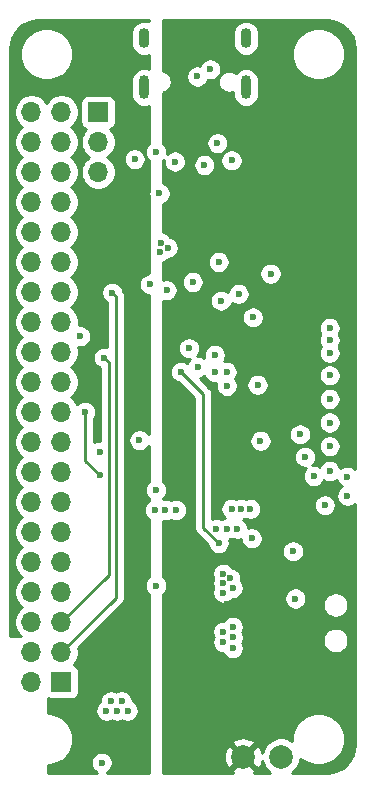
<source format=gbr>
G04 #@! TF.GenerationSoftware,KiCad,Pcbnew,5.1.9+dfsg1-1~bpo10+1*
G04 #@! TF.CreationDate,2021-04-22T21:33:44+00:00*
G04 #@! TF.ProjectId,rgb_lcd_pihat,7267625f-6c63-4645-9f70-696861742e6b,rev?*
G04 #@! TF.SameCoordinates,Original*
G04 #@! TF.FileFunction,Copper,L2,Inr*
G04 #@! TF.FilePolarity,Positive*
%FSLAX46Y46*%
G04 Gerber Fmt 4.6, Leading zero omitted, Abs format (unit mm)*
G04 Created by KiCad (PCBNEW 5.1.9+dfsg1-1~bpo10+1) date 2021-04-22 21:33:44*
%MOMM*%
%LPD*%
G01*
G04 APERTURE LIST*
G04 #@! TA.AperFunction,ComponentPad*
%ADD10C,2.000000*%
G04 #@! TD*
G04 #@! TA.AperFunction,ComponentPad*
%ADD11O,0.900000X1.700000*%
G04 #@! TD*
G04 #@! TA.AperFunction,ComponentPad*
%ADD12O,0.900000X2.000000*%
G04 #@! TD*
G04 #@! TA.AperFunction,ComponentPad*
%ADD13R,1.700000X1.700000*%
G04 #@! TD*
G04 #@! TA.AperFunction,ComponentPad*
%ADD14O,1.700000X1.700000*%
G04 #@! TD*
G04 #@! TA.AperFunction,ViaPad*
%ADD15C,0.600000*%
G04 #@! TD*
G04 #@! TA.AperFunction,Conductor*
%ADD16C,0.250000*%
G04 #@! TD*
G04 #@! TA.AperFunction,Conductor*
%ADD17C,0.254000*%
G04 #@! TD*
G04 #@! TA.AperFunction,Conductor*
%ADD18C,0.100000*%
G04 #@! TD*
G04 APERTURE END LIST*
D10*
X63600000Y-98000000D03*
X60400000Y-98000000D03*
D11*
X51980000Y-37160000D03*
X60620000Y-37160000D03*
D12*
X51980000Y-41330000D03*
X60620000Y-41330000D03*
D13*
X45000000Y-91660000D03*
D14*
X42460000Y-91660000D03*
X45000000Y-89120000D03*
X42460000Y-89120000D03*
X45000000Y-86580000D03*
X42460000Y-86580000D03*
X45000000Y-84040000D03*
X42460000Y-84040000D03*
X45000000Y-81500000D03*
X42460000Y-81500000D03*
X45000000Y-78960000D03*
X42460000Y-78960000D03*
X45000000Y-76420000D03*
X42460000Y-76420000D03*
X45000000Y-73880000D03*
X42460000Y-73880000D03*
X45000000Y-71340000D03*
X42460000Y-71340000D03*
X45000000Y-68800000D03*
X42460000Y-68800000D03*
X45000000Y-66260000D03*
X42460000Y-66260000D03*
X45000000Y-63720000D03*
X42460000Y-63720000D03*
X45000000Y-61180000D03*
X42460000Y-61180000D03*
X45000000Y-58640000D03*
X42460000Y-58640000D03*
X45000000Y-56100000D03*
X42460000Y-56100000D03*
X45000000Y-53560000D03*
X42460000Y-53560000D03*
X45000000Y-51020000D03*
X42460000Y-51020000D03*
X45000000Y-48480000D03*
X42460000Y-48480000D03*
X45000000Y-45940000D03*
X42460000Y-45940000D03*
X45000000Y-43400000D03*
X42460000Y-43400000D03*
X48100000Y-48500000D03*
X48100000Y-45960000D03*
D13*
X48100000Y-43420000D03*
D15*
X64600000Y-80600000D03*
X48400000Y-98500000D03*
X49200000Y-93300000D03*
X48800000Y-94100000D03*
X49700000Y-94100000D03*
X50100000Y-93300000D03*
X50600000Y-94100000D03*
X59500000Y-87000000D03*
X59500000Y-87900000D03*
X59500000Y-88800000D03*
X58700000Y-88300000D03*
X58700000Y-87400000D03*
X54700000Y-77100000D03*
X53800000Y-77100000D03*
X52900000Y-77100000D03*
X67700000Y-73800000D03*
X67700000Y-71700000D03*
X67700000Y-69700000D03*
X67700000Y-67700000D03*
X67700000Y-65700000D03*
X67700000Y-63800000D03*
X67700000Y-62700000D03*
X67700000Y-61700000D03*
X58194416Y-46049989D03*
X67300000Y-76700000D03*
X53900000Y-58500000D03*
X53000000Y-83500000D03*
X56100000Y-57800000D03*
X58300000Y-56100000D03*
X60000000Y-58800000D03*
X51200000Y-47400000D03*
X53400000Y-54500000D03*
X53375000Y-55225000D03*
X54000000Y-54900000D03*
X48300000Y-95700000D03*
X51500000Y-98600000D03*
X52200000Y-86600000D03*
X52000000Y-85900000D03*
X51450002Y-86500000D03*
X52000000Y-85100000D03*
X50200000Y-48700000D03*
X51100000Y-48700000D03*
X52000000Y-48700000D03*
X58700000Y-82500000D03*
X59300000Y-82900000D03*
X58700000Y-83300000D03*
X59500000Y-83700000D03*
X58700000Y-84100000D03*
X47500000Y-88900000D03*
X46900000Y-89300000D03*
X47500000Y-89700000D03*
X46900000Y-90100000D03*
X47500000Y-90500000D03*
X59400000Y-77000000D03*
X60200000Y-77000000D03*
X61000000Y-77000000D03*
X61100000Y-79500000D03*
X61000000Y-93400000D03*
X61000000Y-92600000D03*
X61800000Y-93000000D03*
X61000000Y-94200000D03*
X61800000Y-93800000D03*
X68100000Y-59100000D03*
X67200000Y-59100000D03*
X66300000Y-59100000D03*
X65400000Y-59100000D03*
X58500000Y-85700000D03*
X59000000Y-85100000D03*
X59800000Y-85100000D03*
X61200000Y-54599990D03*
X49300000Y-58700000D03*
X48600000Y-64200000D03*
X47000002Y-68800000D03*
X48225010Y-74168825D03*
X66354564Y-74224981D03*
X65617887Y-72600000D03*
X48225010Y-72200000D03*
X57977982Y-65424979D03*
X57976151Y-63976169D03*
X51600000Y-71200000D03*
X56531617Y-65004350D03*
X58977681Y-65400009D03*
X61200000Y-60800000D03*
X61600000Y-66500000D03*
X52500000Y-57999988D03*
X59000000Y-66600000D03*
X58500000Y-59374990D03*
X61849998Y-71250000D03*
X62700000Y-57100000D03*
X65200000Y-70700000D03*
X69200000Y-74300000D03*
X69200000Y-75900000D03*
X57100000Y-47900000D03*
X53300000Y-50300000D03*
X58100000Y-78700000D03*
X59000000Y-78700000D03*
X59900000Y-78700000D03*
X53000000Y-75400000D03*
X56500000Y-40400000D03*
X57600000Y-39800000D03*
X46600000Y-62400000D03*
X55800000Y-63400000D03*
X59400000Y-47500000D03*
X54600000Y-47600000D03*
X53000000Y-46800000D03*
X58300000Y-79900000D03*
X64800000Y-84600000D03*
X55100000Y-65400000D03*
D16*
X49599999Y-84520001D02*
X49599999Y-58999999D01*
X49599999Y-58999999D02*
X49300000Y-58700000D01*
X45000000Y-89120000D02*
X49599999Y-84520001D01*
X48999999Y-64599999D02*
X48600000Y-64200000D01*
X45000000Y-86580000D02*
X48999999Y-82580001D01*
X48999999Y-82580001D02*
X48999999Y-64599999D01*
X47000002Y-68800000D02*
X47000002Y-72943817D01*
X47000002Y-72943817D02*
X48225010Y-74168825D01*
X57000000Y-67300000D02*
X55100000Y-65400000D01*
X57000000Y-78600000D02*
X57000000Y-67300000D01*
X58300000Y-79900000D02*
X57000000Y-78600000D01*
D17*
X52373000Y-35745394D02*
X52192697Y-35690700D01*
X51980000Y-35669751D01*
X51767304Y-35690700D01*
X51562781Y-35752741D01*
X51374291Y-35853491D01*
X51209079Y-35989078D01*
X51073492Y-36154290D01*
X50972742Y-36342780D01*
X50910700Y-36547303D01*
X50895000Y-36706706D01*
X50895000Y-37613293D01*
X50910700Y-37772696D01*
X50972741Y-37977219D01*
X51073491Y-38165710D01*
X51209078Y-38330922D01*
X51374290Y-38466509D01*
X51562780Y-38567259D01*
X51767303Y-38629300D01*
X51980000Y-38650249D01*
X52192696Y-38629300D01*
X52373000Y-38574606D01*
X52373000Y-39765394D01*
X52192697Y-39710700D01*
X51980000Y-39689751D01*
X51767304Y-39710700D01*
X51562781Y-39772741D01*
X51374291Y-39873491D01*
X51209079Y-40009078D01*
X51073492Y-40174290D01*
X50972742Y-40362780D01*
X50910700Y-40567303D01*
X50895000Y-40726706D01*
X50895000Y-41933293D01*
X50910700Y-42092696D01*
X50972741Y-42297219D01*
X51073491Y-42485710D01*
X51209078Y-42650922D01*
X51374290Y-42786509D01*
X51562780Y-42887259D01*
X51767303Y-42949300D01*
X51980000Y-42970249D01*
X52192696Y-42949300D01*
X52373000Y-42894606D01*
X52373000Y-46104710D01*
X52273738Y-46203972D01*
X52171414Y-46357111D01*
X52100932Y-46527271D01*
X52065000Y-46707911D01*
X52065000Y-46892089D01*
X52100932Y-47072729D01*
X52171414Y-47242889D01*
X52273738Y-47396028D01*
X52373000Y-47495290D01*
X52373000Y-50167693D01*
X52365000Y-50207911D01*
X52365000Y-50392089D01*
X52373000Y-50432307D01*
X52373000Y-57071932D01*
X52227271Y-57100920D01*
X52057111Y-57171402D01*
X51903972Y-57273726D01*
X51773738Y-57403960D01*
X51671414Y-57557099D01*
X51600932Y-57727259D01*
X51565000Y-57907899D01*
X51565000Y-58092077D01*
X51600932Y-58272717D01*
X51671414Y-58442877D01*
X51773738Y-58596016D01*
X51903972Y-58726250D01*
X52057111Y-58828574D01*
X52227271Y-58899056D01*
X52373000Y-58928044D01*
X52373000Y-70673921D01*
X52326262Y-70603972D01*
X52196028Y-70473738D01*
X52042889Y-70371414D01*
X51872729Y-70300932D01*
X51692089Y-70265000D01*
X51507911Y-70265000D01*
X51327271Y-70300932D01*
X51157111Y-70371414D01*
X51003972Y-70473738D01*
X50873738Y-70603972D01*
X50771414Y-70757111D01*
X50700932Y-70927271D01*
X50665000Y-71107911D01*
X50665000Y-71292089D01*
X50700932Y-71472729D01*
X50771414Y-71642889D01*
X50873738Y-71796028D01*
X51003972Y-71926262D01*
X51157111Y-72028586D01*
X51327271Y-72099068D01*
X51507911Y-72135000D01*
X51692089Y-72135000D01*
X51872729Y-72099068D01*
X52042889Y-72028586D01*
X52196028Y-71926262D01*
X52326262Y-71796028D01*
X52373000Y-71726079D01*
X52373000Y-74704710D01*
X52273738Y-74803972D01*
X52171414Y-74957111D01*
X52100932Y-75127271D01*
X52065000Y-75307911D01*
X52065000Y-75492089D01*
X52100932Y-75672729D01*
X52171414Y-75842889D01*
X52273738Y-75996028D01*
X52373000Y-76095290D01*
X52373000Y-76327615D01*
X52303972Y-76373738D01*
X52173738Y-76503972D01*
X52071414Y-76657111D01*
X52000932Y-76827271D01*
X51965000Y-77007911D01*
X51965000Y-77192089D01*
X52000932Y-77372729D01*
X52071414Y-77542889D01*
X52173738Y-77696028D01*
X52303972Y-77826262D01*
X52373000Y-77872385D01*
X52373000Y-82804710D01*
X52273738Y-82903972D01*
X52171414Y-83057111D01*
X52100932Y-83227271D01*
X52065000Y-83407911D01*
X52065000Y-83592089D01*
X52100932Y-83772729D01*
X52171414Y-83942889D01*
X52273738Y-84096028D01*
X52373000Y-84195290D01*
X52373000Y-99340000D01*
X48815333Y-99340000D01*
X48842889Y-99328586D01*
X48996028Y-99226262D01*
X49126262Y-99096028D01*
X49228586Y-98942889D01*
X49299068Y-98772729D01*
X49335000Y-98592089D01*
X49335000Y-98407911D01*
X49299068Y-98227271D01*
X49228586Y-98057111D01*
X49126262Y-97903972D01*
X48996028Y-97773738D01*
X48842889Y-97671414D01*
X48672729Y-97600932D01*
X48492089Y-97565000D01*
X48307911Y-97565000D01*
X48127271Y-97600932D01*
X47957111Y-97671414D01*
X47803972Y-97773738D01*
X47673738Y-97903972D01*
X47571414Y-98057111D01*
X47500932Y-98227271D01*
X47465000Y-98407911D01*
X47465000Y-98592089D01*
X47500932Y-98772729D01*
X47571414Y-98942889D01*
X47673738Y-99096028D01*
X47803972Y-99226262D01*
X47957111Y-99328586D01*
X47984667Y-99340000D01*
X43827000Y-99340000D01*
X43827000Y-98735000D01*
X43970128Y-98735000D01*
X44401925Y-98649110D01*
X44808669Y-98480631D01*
X45174729Y-98236038D01*
X45486038Y-97924729D01*
X45730631Y-97558669D01*
X45899110Y-97151925D01*
X45985000Y-96720128D01*
X45985000Y-96279872D01*
X45899110Y-95848075D01*
X45730631Y-95441331D01*
X45486038Y-95075271D01*
X45174729Y-94763962D01*
X44808669Y-94519369D01*
X44401925Y-94350890D01*
X43970128Y-94265000D01*
X43827000Y-94265000D01*
X43827000Y-94007911D01*
X47865000Y-94007911D01*
X47865000Y-94192089D01*
X47900932Y-94372729D01*
X47971414Y-94542889D01*
X48073738Y-94696028D01*
X48203972Y-94826262D01*
X48357111Y-94928586D01*
X48527271Y-94999068D01*
X48707911Y-95035000D01*
X48892089Y-95035000D01*
X49072729Y-94999068D01*
X49242889Y-94928586D01*
X49250000Y-94923835D01*
X49257111Y-94928586D01*
X49427271Y-94999068D01*
X49607911Y-95035000D01*
X49792089Y-95035000D01*
X49972729Y-94999068D01*
X50142889Y-94928586D01*
X50150000Y-94923835D01*
X50157111Y-94928586D01*
X50327271Y-94999068D01*
X50507911Y-95035000D01*
X50692089Y-95035000D01*
X50872729Y-94999068D01*
X51042889Y-94928586D01*
X51196028Y-94826262D01*
X51326262Y-94696028D01*
X51428586Y-94542889D01*
X51499068Y-94372729D01*
X51535000Y-94192089D01*
X51535000Y-94007911D01*
X51499068Y-93827271D01*
X51428586Y-93657111D01*
X51326262Y-93503972D01*
X51196028Y-93373738D01*
X51042889Y-93271414D01*
X51035000Y-93268146D01*
X51035000Y-93207911D01*
X50999068Y-93027271D01*
X50928586Y-92857111D01*
X50826262Y-92703972D01*
X50696028Y-92573738D01*
X50542889Y-92471414D01*
X50372729Y-92400932D01*
X50192089Y-92365000D01*
X50007911Y-92365000D01*
X49827271Y-92400932D01*
X49657111Y-92471414D01*
X49650000Y-92476165D01*
X49642889Y-92471414D01*
X49472729Y-92400932D01*
X49292089Y-92365000D01*
X49107911Y-92365000D01*
X48927271Y-92400932D01*
X48757111Y-92471414D01*
X48603972Y-92573738D01*
X48473738Y-92703972D01*
X48371414Y-92857111D01*
X48300932Y-93027271D01*
X48265000Y-93207911D01*
X48265000Y-93332960D01*
X48203972Y-93373738D01*
X48073738Y-93503972D01*
X47971414Y-93657111D01*
X47900932Y-93827271D01*
X47865000Y-94007911D01*
X43827000Y-94007911D01*
X43827000Y-93057371D01*
X43905820Y-93099502D01*
X44025518Y-93135812D01*
X44150000Y-93148072D01*
X45850000Y-93148072D01*
X45974482Y-93135812D01*
X46094180Y-93099502D01*
X46204494Y-93040537D01*
X46301185Y-92961185D01*
X46380537Y-92864494D01*
X46439502Y-92754180D01*
X46475812Y-92634482D01*
X46488072Y-92510000D01*
X46488072Y-90810000D01*
X46475812Y-90685518D01*
X46439502Y-90565820D01*
X46380537Y-90455506D01*
X46301185Y-90358815D01*
X46204494Y-90279463D01*
X46094180Y-90220498D01*
X46021620Y-90198487D01*
X46153475Y-90066632D01*
X46315990Y-89823411D01*
X46427932Y-89553158D01*
X46485000Y-89266260D01*
X46485000Y-88973740D01*
X46441209Y-88753592D01*
X50111003Y-85083799D01*
X50140000Y-85060002D01*
X50166331Y-85027918D01*
X50234973Y-84944278D01*
X50305545Y-84812248D01*
X50326426Y-84743411D01*
X50349002Y-84668987D01*
X50359999Y-84557334D01*
X50359999Y-84557324D01*
X50363675Y-84520001D01*
X50359999Y-84482678D01*
X50359999Y-59037324D01*
X50363675Y-58999999D01*
X50359999Y-58962674D01*
X50359999Y-58962666D01*
X50349002Y-58851013D01*
X50305545Y-58707752D01*
X50234973Y-58575723D01*
X50226558Y-58565469D01*
X50199068Y-58427271D01*
X50128586Y-58257111D01*
X50026262Y-58103972D01*
X49896028Y-57973738D01*
X49742889Y-57871414D01*
X49572729Y-57800932D01*
X49392089Y-57765000D01*
X49207911Y-57765000D01*
X49027271Y-57800932D01*
X48857111Y-57871414D01*
X48703972Y-57973738D01*
X48573738Y-58103972D01*
X48471414Y-58257111D01*
X48400932Y-58427271D01*
X48365000Y-58607911D01*
X48365000Y-58792089D01*
X48400932Y-58972729D01*
X48471414Y-59142889D01*
X48573738Y-59296028D01*
X48703972Y-59426262D01*
X48840000Y-59517153D01*
X48840000Y-63294422D01*
X48692089Y-63265000D01*
X48507911Y-63265000D01*
X48327271Y-63300932D01*
X48157111Y-63371414D01*
X48003972Y-63473738D01*
X47873738Y-63603972D01*
X47771414Y-63757111D01*
X47700932Y-63927271D01*
X47665000Y-64107911D01*
X47665000Y-64292089D01*
X47700932Y-64472729D01*
X47771414Y-64642889D01*
X47873738Y-64796028D01*
X48003972Y-64926262D01*
X48157111Y-65028586D01*
X48240000Y-65062919D01*
X48240000Y-71265000D01*
X48132921Y-71265000D01*
X47952281Y-71300932D01*
X47782121Y-71371414D01*
X47760002Y-71386193D01*
X47760002Y-69345535D01*
X47828588Y-69242889D01*
X47899070Y-69072729D01*
X47935002Y-68892089D01*
X47935002Y-68707911D01*
X47899070Y-68527271D01*
X47828588Y-68357111D01*
X47726264Y-68203972D01*
X47596030Y-68073738D01*
X47442891Y-67971414D01*
X47272731Y-67900932D01*
X47092091Y-67865000D01*
X46907913Y-67865000D01*
X46727273Y-67900932D01*
X46557113Y-67971414D01*
X46403974Y-68073738D01*
X46335067Y-68142645D01*
X46315990Y-68096589D01*
X46153475Y-67853368D01*
X45946632Y-67646525D01*
X45772240Y-67530000D01*
X45946632Y-67413475D01*
X46153475Y-67206632D01*
X46315990Y-66963411D01*
X46427932Y-66693158D01*
X46485000Y-66406260D01*
X46485000Y-66113740D01*
X46427932Y-65826842D01*
X46315990Y-65556589D01*
X46153475Y-65313368D01*
X45946632Y-65106525D01*
X45772240Y-64990000D01*
X45946632Y-64873475D01*
X46153475Y-64666632D01*
X46315990Y-64423411D01*
X46427932Y-64153158D01*
X46485000Y-63866260D01*
X46485000Y-63573740D01*
X46434611Y-63320420D01*
X46507911Y-63335000D01*
X46692089Y-63335000D01*
X46872729Y-63299068D01*
X47042889Y-63228586D01*
X47196028Y-63126262D01*
X47326262Y-62996028D01*
X47428586Y-62842889D01*
X47499068Y-62672729D01*
X47535000Y-62492089D01*
X47535000Y-62307911D01*
X47499068Y-62127271D01*
X47428586Y-61957111D01*
X47326262Y-61803972D01*
X47196028Y-61673738D01*
X47042889Y-61571414D01*
X46872729Y-61500932D01*
X46692089Y-61465000D01*
X46507911Y-61465000D01*
X46455322Y-61475461D01*
X46485000Y-61326260D01*
X46485000Y-61033740D01*
X46427932Y-60746842D01*
X46315990Y-60476589D01*
X46153475Y-60233368D01*
X45946632Y-60026525D01*
X45772240Y-59910000D01*
X45946632Y-59793475D01*
X46153475Y-59586632D01*
X46315990Y-59343411D01*
X46427932Y-59073158D01*
X46485000Y-58786260D01*
X46485000Y-58493740D01*
X46427932Y-58206842D01*
X46315990Y-57936589D01*
X46153475Y-57693368D01*
X45946632Y-57486525D01*
X45772240Y-57370000D01*
X45946632Y-57253475D01*
X46153475Y-57046632D01*
X46315990Y-56803411D01*
X46427932Y-56533158D01*
X46485000Y-56246260D01*
X46485000Y-55953740D01*
X46427932Y-55666842D01*
X46315990Y-55396589D01*
X46153475Y-55153368D01*
X45946632Y-54946525D01*
X45772240Y-54830000D01*
X45946632Y-54713475D01*
X46153475Y-54506632D01*
X46315990Y-54263411D01*
X46427932Y-53993158D01*
X46485000Y-53706260D01*
X46485000Y-53413740D01*
X46427932Y-53126842D01*
X46315990Y-52856589D01*
X46153475Y-52613368D01*
X45946632Y-52406525D01*
X45772240Y-52290000D01*
X45946632Y-52173475D01*
X46153475Y-51966632D01*
X46315990Y-51723411D01*
X46427932Y-51453158D01*
X46485000Y-51166260D01*
X46485000Y-50873740D01*
X46427932Y-50586842D01*
X46315990Y-50316589D01*
X46153475Y-50073368D01*
X45946632Y-49866525D01*
X45772240Y-49750000D01*
X45946632Y-49633475D01*
X46153475Y-49426632D01*
X46315990Y-49183411D01*
X46427932Y-48913158D01*
X46485000Y-48626260D01*
X46485000Y-48333740D01*
X46427932Y-48046842D01*
X46315990Y-47776589D01*
X46153475Y-47533368D01*
X45946632Y-47326525D01*
X45772240Y-47210000D01*
X45946632Y-47093475D01*
X46153475Y-46886632D01*
X46315990Y-46643411D01*
X46427932Y-46373158D01*
X46485000Y-46086260D01*
X46485000Y-45793740D01*
X46427932Y-45506842D01*
X46315990Y-45236589D01*
X46153475Y-44993368D01*
X45946632Y-44786525D01*
X45772240Y-44670000D01*
X45946632Y-44553475D01*
X46153475Y-44346632D01*
X46315990Y-44103411D01*
X46427932Y-43833158D01*
X46485000Y-43546260D01*
X46485000Y-43253740D01*
X46427932Y-42966842D01*
X46315990Y-42696589D01*
X46231406Y-42570000D01*
X46611928Y-42570000D01*
X46611928Y-44270000D01*
X46624188Y-44394482D01*
X46660498Y-44514180D01*
X46719463Y-44624494D01*
X46798815Y-44721185D01*
X46895506Y-44800537D01*
X47005820Y-44859502D01*
X47078380Y-44881513D01*
X46946525Y-45013368D01*
X46784010Y-45256589D01*
X46672068Y-45526842D01*
X46615000Y-45813740D01*
X46615000Y-46106260D01*
X46672068Y-46393158D01*
X46784010Y-46663411D01*
X46946525Y-46906632D01*
X47153368Y-47113475D01*
X47327760Y-47230000D01*
X47153368Y-47346525D01*
X46946525Y-47553368D01*
X46784010Y-47796589D01*
X46672068Y-48066842D01*
X46615000Y-48353740D01*
X46615000Y-48646260D01*
X46672068Y-48933158D01*
X46784010Y-49203411D01*
X46946525Y-49446632D01*
X47153368Y-49653475D01*
X47396589Y-49815990D01*
X47666842Y-49927932D01*
X47953740Y-49985000D01*
X48246260Y-49985000D01*
X48533158Y-49927932D01*
X48803411Y-49815990D01*
X49046632Y-49653475D01*
X49253475Y-49446632D01*
X49415990Y-49203411D01*
X49527932Y-48933158D01*
X49585000Y-48646260D01*
X49585000Y-48353740D01*
X49527932Y-48066842D01*
X49415990Y-47796589D01*
X49253475Y-47553368D01*
X49046632Y-47346525D01*
X48988843Y-47307911D01*
X50265000Y-47307911D01*
X50265000Y-47492089D01*
X50300932Y-47672729D01*
X50371414Y-47842889D01*
X50473738Y-47996028D01*
X50603972Y-48126262D01*
X50757111Y-48228586D01*
X50927271Y-48299068D01*
X51107911Y-48335000D01*
X51292089Y-48335000D01*
X51472729Y-48299068D01*
X51642889Y-48228586D01*
X51796028Y-48126262D01*
X51926262Y-47996028D01*
X52028586Y-47842889D01*
X52099068Y-47672729D01*
X52135000Y-47492089D01*
X52135000Y-47307911D01*
X52099068Y-47127271D01*
X52028586Y-46957111D01*
X51926262Y-46803972D01*
X51796028Y-46673738D01*
X51642889Y-46571414D01*
X51472729Y-46500932D01*
X51292089Y-46465000D01*
X51107911Y-46465000D01*
X50927271Y-46500932D01*
X50757111Y-46571414D01*
X50603972Y-46673738D01*
X50473738Y-46803972D01*
X50371414Y-46957111D01*
X50300932Y-47127271D01*
X50265000Y-47307911D01*
X48988843Y-47307911D01*
X48872240Y-47230000D01*
X49046632Y-47113475D01*
X49253475Y-46906632D01*
X49415990Y-46663411D01*
X49527932Y-46393158D01*
X49585000Y-46106260D01*
X49585000Y-45813740D01*
X49527932Y-45526842D01*
X49415990Y-45256589D01*
X49253475Y-45013368D01*
X49121620Y-44881513D01*
X49194180Y-44859502D01*
X49304494Y-44800537D01*
X49401185Y-44721185D01*
X49480537Y-44624494D01*
X49539502Y-44514180D01*
X49575812Y-44394482D01*
X49588072Y-44270000D01*
X49588072Y-42570000D01*
X49575812Y-42445518D01*
X49539502Y-42325820D01*
X49480537Y-42215506D01*
X49401185Y-42118815D01*
X49304494Y-42039463D01*
X49194180Y-41980498D01*
X49074482Y-41944188D01*
X48950000Y-41931928D01*
X47250000Y-41931928D01*
X47125518Y-41944188D01*
X47005820Y-41980498D01*
X46895506Y-42039463D01*
X46798815Y-42118815D01*
X46719463Y-42215506D01*
X46660498Y-42325820D01*
X46624188Y-42445518D01*
X46611928Y-42570000D01*
X46231406Y-42570000D01*
X46153475Y-42453368D01*
X45946632Y-42246525D01*
X45703411Y-42084010D01*
X45433158Y-41972068D01*
X45146260Y-41915000D01*
X44853740Y-41915000D01*
X44566842Y-41972068D01*
X44296589Y-42084010D01*
X44053368Y-42246525D01*
X43846525Y-42453368D01*
X43730000Y-42627760D01*
X43613475Y-42453368D01*
X43406632Y-42246525D01*
X43163411Y-42084010D01*
X42893158Y-41972068D01*
X42606260Y-41915000D01*
X42313740Y-41915000D01*
X42026842Y-41972068D01*
X41756589Y-42084010D01*
X41513368Y-42246525D01*
X41306525Y-42453368D01*
X41144010Y-42696589D01*
X41032068Y-42966842D01*
X40975000Y-43253740D01*
X40975000Y-43546260D01*
X41032068Y-43833158D01*
X41144010Y-44103411D01*
X41306525Y-44346632D01*
X41513368Y-44553475D01*
X41687760Y-44670000D01*
X41513368Y-44786525D01*
X41306525Y-44993368D01*
X41144010Y-45236589D01*
X41032068Y-45506842D01*
X40975000Y-45793740D01*
X40975000Y-46086260D01*
X41032068Y-46373158D01*
X41144010Y-46643411D01*
X41306525Y-46886632D01*
X41513368Y-47093475D01*
X41687760Y-47210000D01*
X41513368Y-47326525D01*
X41306525Y-47533368D01*
X41144010Y-47776589D01*
X41032068Y-48046842D01*
X40975000Y-48333740D01*
X40975000Y-48626260D01*
X41032068Y-48913158D01*
X41144010Y-49183411D01*
X41306525Y-49426632D01*
X41513368Y-49633475D01*
X41687760Y-49750000D01*
X41513368Y-49866525D01*
X41306525Y-50073368D01*
X41144010Y-50316589D01*
X41032068Y-50586842D01*
X40975000Y-50873740D01*
X40975000Y-51166260D01*
X41032068Y-51453158D01*
X41144010Y-51723411D01*
X41306525Y-51966632D01*
X41513368Y-52173475D01*
X41687760Y-52290000D01*
X41513368Y-52406525D01*
X41306525Y-52613368D01*
X41144010Y-52856589D01*
X41032068Y-53126842D01*
X40975000Y-53413740D01*
X40975000Y-53706260D01*
X41032068Y-53993158D01*
X41144010Y-54263411D01*
X41306525Y-54506632D01*
X41513368Y-54713475D01*
X41687760Y-54830000D01*
X41513368Y-54946525D01*
X41306525Y-55153368D01*
X41144010Y-55396589D01*
X41032068Y-55666842D01*
X40975000Y-55953740D01*
X40975000Y-56246260D01*
X41032068Y-56533158D01*
X41144010Y-56803411D01*
X41306525Y-57046632D01*
X41513368Y-57253475D01*
X41687760Y-57370000D01*
X41513368Y-57486525D01*
X41306525Y-57693368D01*
X41144010Y-57936589D01*
X41032068Y-58206842D01*
X40975000Y-58493740D01*
X40975000Y-58786260D01*
X41032068Y-59073158D01*
X41144010Y-59343411D01*
X41306525Y-59586632D01*
X41513368Y-59793475D01*
X41687760Y-59910000D01*
X41513368Y-60026525D01*
X41306525Y-60233368D01*
X41144010Y-60476589D01*
X41032068Y-60746842D01*
X40975000Y-61033740D01*
X40975000Y-61326260D01*
X41032068Y-61613158D01*
X41144010Y-61883411D01*
X41306525Y-62126632D01*
X41513368Y-62333475D01*
X41687760Y-62450000D01*
X41513368Y-62566525D01*
X41306525Y-62773368D01*
X41144010Y-63016589D01*
X41032068Y-63286842D01*
X40975000Y-63573740D01*
X40975000Y-63866260D01*
X41032068Y-64153158D01*
X41144010Y-64423411D01*
X41306525Y-64666632D01*
X41513368Y-64873475D01*
X41687760Y-64990000D01*
X41513368Y-65106525D01*
X41306525Y-65313368D01*
X41144010Y-65556589D01*
X41032068Y-65826842D01*
X40975000Y-66113740D01*
X40975000Y-66406260D01*
X41032068Y-66693158D01*
X41144010Y-66963411D01*
X41306525Y-67206632D01*
X41513368Y-67413475D01*
X41687760Y-67530000D01*
X41513368Y-67646525D01*
X41306525Y-67853368D01*
X41144010Y-68096589D01*
X41032068Y-68366842D01*
X40975000Y-68653740D01*
X40975000Y-68946260D01*
X41032068Y-69233158D01*
X41144010Y-69503411D01*
X41306525Y-69746632D01*
X41513368Y-69953475D01*
X41687760Y-70070000D01*
X41513368Y-70186525D01*
X41306525Y-70393368D01*
X41144010Y-70636589D01*
X41032068Y-70906842D01*
X40975000Y-71193740D01*
X40975000Y-71486260D01*
X41032068Y-71773158D01*
X41144010Y-72043411D01*
X41306525Y-72286632D01*
X41513368Y-72493475D01*
X41687760Y-72610000D01*
X41513368Y-72726525D01*
X41306525Y-72933368D01*
X41144010Y-73176589D01*
X41032068Y-73446842D01*
X40975000Y-73733740D01*
X40975000Y-74026260D01*
X41032068Y-74313158D01*
X41144010Y-74583411D01*
X41306525Y-74826632D01*
X41513368Y-75033475D01*
X41687760Y-75150000D01*
X41513368Y-75266525D01*
X41306525Y-75473368D01*
X41144010Y-75716589D01*
X41032068Y-75986842D01*
X40975000Y-76273740D01*
X40975000Y-76566260D01*
X41032068Y-76853158D01*
X41144010Y-77123411D01*
X41306525Y-77366632D01*
X41513368Y-77573475D01*
X41687760Y-77690000D01*
X41513368Y-77806525D01*
X41306525Y-78013368D01*
X41144010Y-78256589D01*
X41032068Y-78526842D01*
X40975000Y-78813740D01*
X40975000Y-79106260D01*
X41032068Y-79393158D01*
X41144010Y-79663411D01*
X41306525Y-79906632D01*
X41513368Y-80113475D01*
X41687760Y-80230000D01*
X41513368Y-80346525D01*
X41306525Y-80553368D01*
X41144010Y-80796589D01*
X41032068Y-81066842D01*
X40975000Y-81353740D01*
X40975000Y-81646260D01*
X41032068Y-81933158D01*
X41144010Y-82203411D01*
X41306525Y-82446632D01*
X41513368Y-82653475D01*
X41687760Y-82770000D01*
X41513368Y-82886525D01*
X41306525Y-83093368D01*
X41144010Y-83336589D01*
X41032068Y-83606842D01*
X40975000Y-83893740D01*
X40975000Y-84186260D01*
X41032068Y-84473158D01*
X41144010Y-84743411D01*
X41306525Y-84986632D01*
X41513368Y-85193475D01*
X41687760Y-85310000D01*
X41513368Y-85426525D01*
X41306525Y-85633368D01*
X41144010Y-85876589D01*
X41032068Y-86146842D01*
X40975000Y-86433740D01*
X40975000Y-86726260D01*
X41032068Y-87013158D01*
X41144010Y-87283411D01*
X41306525Y-87526632D01*
X41513368Y-87733475D01*
X41572521Y-87773000D01*
X40660000Y-87773000D01*
X40660000Y-38279872D01*
X41515000Y-38279872D01*
X41515000Y-38720128D01*
X41600890Y-39151925D01*
X41769369Y-39558669D01*
X42013962Y-39924729D01*
X42325271Y-40236038D01*
X42691331Y-40480631D01*
X43098075Y-40649110D01*
X43529872Y-40735000D01*
X43970128Y-40735000D01*
X44401925Y-40649110D01*
X44808669Y-40480631D01*
X45174729Y-40236038D01*
X45486038Y-39924729D01*
X45730631Y-39558669D01*
X45899110Y-39151925D01*
X45985000Y-38720128D01*
X45985000Y-38279872D01*
X45899110Y-37848075D01*
X45730631Y-37441331D01*
X45486038Y-37075271D01*
X45174729Y-36763962D01*
X44808669Y-36519369D01*
X44401925Y-36350890D01*
X43970128Y-36265000D01*
X43529872Y-36265000D01*
X43098075Y-36350890D01*
X42691331Y-36519369D01*
X42325271Y-36763962D01*
X42013962Y-37075271D01*
X41769369Y-37441331D01*
X41600890Y-37848075D01*
X41515000Y-38279872D01*
X40660000Y-38279872D01*
X40660000Y-38032279D01*
X40707670Y-37546107D01*
X40839489Y-37109502D01*
X41053600Y-36706815D01*
X41341848Y-36353388D01*
X41693261Y-36062673D01*
X42094439Y-35845758D01*
X42530113Y-35710894D01*
X43014344Y-35660000D01*
X52373000Y-35660000D01*
X52373000Y-35745394D01*
G04 #@! TA.AperFunction,Conductor*
D18*
G36*
X52373000Y-35745394D02*
G01*
X52192697Y-35690700D01*
X51980000Y-35669751D01*
X51767304Y-35690700D01*
X51562781Y-35752741D01*
X51374291Y-35853491D01*
X51209079Y-35989078D01*
X51073492Y-36154290D01*
X50972742Y-36342780D01*
X50910700Y-36547303D01*
X50895000Y-36706706D01*
X50895000Y-37613293D01*
X50910700Y-37772696D01*
X50972741Y-37977219D01*
X51073491Y-38165710D01*
X51209078Y-38330922D01*
X51374290Y-38466509D01*
X51562780Y-38567259D01*
X51767303Y-38629300D01*
X51980000Y-38650249D01*
X52192696Y-38629300D01*
X52373000Y-38574606D01*
X52373000Y-39765394D01*
X52192697Y-39710700D01*
X51980000Y-39689751D01*
X51767304Y-39710700D01*
X51562781Y-39772741D01*
X51374291Y-39873491D01*
X51209079Y-40009078D01*
X51073492Y-40174290D01*
X50972742Y-40362780D01*
X50910700Y-40567303D01*
X50895000Y-40726706D01*
X50895000Y-41933293D01*
X50910700Y-42092696D01*
X50972741Y-42297219D01*
X51073491Y-42485710D01*
X51209078Y-42650922D01*
X51374290Y-42786509D01*
X51562780Y-42887259D01*
X51767303Y-42949300D01*
X51980000Y-42970249D01*
X52192696Y-42949300D01*
X52373000Y-42894606D01*
X52373000Y-46104710D01*
X52273738Y-46203972D01*
X52171414Y-46357111D01*
X52100932Y-46527271D01*
X52065000Y-46707911D01*
X52065000Y-46892089D01*
X52100932Y-47072729D01*
X52171414Y-47242889D01*
X52273738Y-47396028D01*
X52373000Y-47495290D01*
X52373000Y-50167693D01*
X52365000Y-50207911D01*
X52365000Y-50392089D01*
X52373000Y-50432307D01*
X52373000Y-57071932D01*
X52227271Y-57100920D01*
X52057111Y-57171402D01*
X51903972Y-57273726D01*
X51773738Y-57403960D01*
X51671414Y-57557099D01*
X51600932Y-57727259D01*
X51565000Y-57907899D01*
X51565000Y-58092077D01*
X51600932Y-58272717D01*
X51671414Y-58442877D01*
X51773738Y-58596016D01*
X51903972Y-58726250D01*
X52057111Y-58828574D01*
X52227271Y-58899056D01*
X52373000Y-58928044D01*
X52373000Y-70673921D01*
X52326262Y-70603972D01*
X52196028Y-70473738D01*
X52042889Y-70371414D01*
X51872729Y-70300932D01*
X51692089Y-70265000D01*
X51507911Y-70265000D01*
X51327271Y-70300932D01*
X51157111Y-70371414D01*
X51003972Y-70473738D01*
X50873738Y-70603972D01*
X50771414Y-70757111D01*
X50700932Y-70927271D01*
X50665000Y-71107911D01*
X50665000Y-71292089D01*
X50700932Y-71472729D01*
X50771414Y-71642889D01*
X50873738Y-71796028D01*
X51003972Y-71926262D01*
X51157111Y-72028586D01*
X51327271Y-72099068D01*
X51507911Y-72135000D01*
X51692089Y-72135000D01*
X51872729Y-72099068D01*
X52042889Y-72028586D01*
X52196028Y-71926262D01*
X52326262Y-71796028D01*
X52373000Y-71726079D01*
X52373000Y-74704710D01*
X52273738Y-74803972D01*
X52171414Y-74957111D01*
X52100932Y-75127271D01*
X52065000Y-75307911D01*
X52065000Y-75492089D01*
X52100932Y-75672729D01*
X52171414Y-75842889D01*
X52273738Y-75996028D01*
X52373000Y-76095290D01*
X52373000Y-76327615D01*
X52303972Y-76373738D01*
X52173738Y-76503972D01*
X52071414Y-76657111D01*
X52000932Y-76827271D01*
X51965000Y-77007911D01*
X51965000Y-77192089D01*
X52000932Y-77372729D01*
X52071414Y-77542889D01*
X52173738Y-77696028D01*
X52303972Y-77826262D01*
X52373000Y-77872385D01*
X52373000Y-82804710D01*
X52273738Y-82903972D01*
X52171414Y-83057111D01*
X52100932Y-83227271D01*
X52065000Y-83407911D01*
X52065000Y-83592089D01*
X52100932Y-83772729D01*
X52171414Y-83942889D01*
X52273738Y-84096028D01*
X52373000Y-84195290D01*
X52373000Y-99340000D01*
X48815333Y-99340000D01*
X48842889Y-99328586D01*
X48996028Y-99226262D01*
X49126262Y-99096028D01*
X49228586Y-98942889D01*
X49299068Y-98772729D01*
X49335000Y-98592089D01*
X49335000Y-98407911D01*
X49299068Y-98227271D01*
X49228586Y-98057111D01*
X49126262Y-97903972D01*
X48996028Y-97773738D01*
X48842889Y-97671414D01*
X48672729Y-97600932D01*
X48492089Y-97565000D01*
X48307911Y-97565000D01*
X48127271Y-97600932D01*
X47957111Y-97671414D01*
X47803972Y-97773738D01*
X47673738Y-97903972D01*
X47571414Y-98057111D01*
X47500932Y-98227271D01*
X47465000Y-98407911D01*
X47465000Y-98592089D01*
X47500932Y-98772729D01*
X47571414Y-98942889D01*
X47673738Y-99096028D01*
X47803972Y-99226262D01*
X47957111Y-99328586D01*
X47984667Y-99340000D01*
X43827000Y-99340000D01*
X43827000Y-98735000D01*
X43970128Y-98735000D01*
X44401925Y-98649110D01*
X44808669Y-98480631D01*
X45174729Y-98236038D01*
X45486038Y-97924729D01*
X45730631Y-97558669D01*
X45899110Y-97151925D01*
X45985000Y-96720128D01*
X45985000Y-96279872D01*
X45899110Y-95848075D01*
X45730631Y-95441331D01*
X45486038Y-95075271D01*
X45174729Y-94763962D01*
X44808669Y-94519369D01*
X44401925Y-94350890D01*
X43970128Y-94265000D01*
X43827000Y-94265000D01*
X43827000Y-94007911D01*
X47865000Y-94007911D01*
X47865000Y-94192089D01*
X47900932Y-94372729D01*
X47971414Y-94542889D01*
X48073738Y-94696028D01*
X48203972Y-94826262D01*
X48357111Y-94928586D01*
X48527271Y-94999068D01*
X48707911Y-95035000D01*
X48892089Y-95035000D01*
X49072729Y-94999068D01*
X49242889Y-94928586D01*
X49250000Y-94923835D01*
X49257111Y-94928586D01*
X49427271Y-94999068D01*
X49607911Y-95035000D01*
X49792089Y-95035000D01*
X49972729Y-94999068D01*
X50142889Y-94928586D01*
X50150000Y-94923835D01*
X50157111Y-94928586D01*
X50327271Y-94999068D01*
X50507911Y-95035000D01*
X50692089Y-95035000D01*
X50872729Y-94999068D01*
X51042889Y-94928586D01*
X51196028Y-94826262D01*
X51326262Y-94696028D01*
X51428586Y-94542889D01*
X51499068Y-94372729D01*
X51535000Y-94192089D01*
X51535000Y-94007911D01*
X51499068Y-93827271D01*
X51428586Y-93657111D01*
X51326262Y-93503972D01*
X51196028Y-93373738D01*
X51042889Y-93271414D01*
X51035000Y-93268146D01*
X51035000Y-93207911D01*
X50999068Y-93027271D01*
X50928586Y-92857111D01*
X50826262Y-92703972D01*
X50696028Y-92573738D01*
X50542889Y-92471414D01*
X50372729Y-92400932D01*
X50192089Y-92365000D01*
X50007911Y-92365000D01*
X49827271Y-92400932D01*
X49657111Y-92471414D01*
X49650000Y-92476165D01*
X49642889Y-92471414D01*
X49472729Y-92400932D01*
X49292089Y-92365000D01*
X49107911Y-92365000D01*
X48927271Y-92400932D01*
X48757111Y-92471414D01*
X48603972Y-92573738D01*
X48473738Y-92703972D01*
X48371414Y-92857111D01*
X48300932Y-93027271D01*
X48265000Y-93207911D01*
X48265000Y-93332960D01*
X48203972Y-93373738D01*
X48073738Y-93503972D01*
X47971414Y-93657111D01*
X47900932Y-93827271D01*
X47865000Y-94007911D01*
X43827000Y-94007911D01*
X43827000Y-93057371D01*
X43905820Y-93099502D01*
X44025518Y-93135812D01*
X44150000Y-93148072D01*
X45850000Y-93148072D01*
X45974482Y-93135812D01*
X46094180Y-93099502D01*
X46204494Y-93040537D01*
X46301185Y-92961185D01*
X46380537Y-92864494D01*
X46439502Y-92754180D01*
X46475812Y-92634482D01*
X46488072Y-92510000D01*
X46488072Y-90810000D01*
X46475812Y-90685518D01*
X46439502Y-90565820D01*
X46380537Y-90455506D01*
X46301185Y-90358815D01*
X46204494Y-90279463D01*
X46094180Y-90220498D01*
X46021620Y-90198487D01*
X46153475Y-90066632D01*
X46315990Y-89823411D01*
X46427932Y-89553158D01*
X46485000Y-89266260D01*
X46485000Y-88973740D01*
X46441209Y-88753592D01*
X50111003Y-85083799D01*
X50140000Y-85060002D01*
X50166331Y-85027918D01*
X50234973Y-84944278D01*
X50305545Y-84812248D01*
X50326426Y-84743411D01*
X50349002Y-84668987D01*
X50359999Y-84557334D01*
X50359999Y-84557324D01*
X50363675Y-84520001D01*
X50359999Y-84482678D01*
X50359999Y-59037324D01*
X50363675Y-58999999D01*
X50359999Y-58962674D01*
X50359999Y-58962666D01*
X50349002Y-58851013D01*
X50305545Y-58707752D01*
X50234973Y-58575723D01*
X50226558Y-58565469D01*
X50199068Y-58427271D01*
X50128586Y-58257111D01*
X50026262Y-58103972D01*
X49896028Y-57973738D01*
X49742889Y-57871414D01*
X49572729Y-57800932D01*
X49392089Y-57765000D01*
X49207911Y-57765000D01*
X49027271Y-57800932D01*
X48857111Y-57871414D01*
X48703972Y-57973738D01*
X48573738Y-58103972D01*
X48471414Y-58257111D01*
X48400932Y-58427271D01*
X48365000Y-58607911D01*
X48365000Y-58792089D01*
X48400932Y-58972729D01*
X48471414Y-59142889D01*
X48573738Y-59296028D01*
X48703972Y-59426262D01*
X48840000Y-59517153D01*
X48840000Y-63294422D01*
X48692089Y-63265000D01*
X48507911Y-63265000D01*
X48327271Y-63300932D01*
X48157111Y-63371414D01*
X48003972Y-63473738D01*
X47873738Y-63603972D01*
X47771414Y-63757111D01*
X47700932Y-63927271D01*
X47665000Y-64107911D01*
X47665000Y-64292089D01*
X47700932Y-64472729D01*
X47771414Y-64642889D01*
X47873738Y-64796028D01*
X48003972Y-64926262D01*
X48157111Y-65028586D01*
X48240000Y-65062919D01*
X48240000Y-71265000D01*
X48132921Y-71265000D01*
X47952281Y-71300932D01*
X47782121Y-71371414D01*
X47760002Y-71386193D01*
X47760002Y-69345535D01*
X47828588Y-69242889D01*
X47899070Y-69072729D01*
X47935002Y-68892089D01*
X47935002Y-68707911D01*
X47899070Y-68527271D01*
X47828588Y-68357111D01*
X47726264Y-68203972D01*
X47596030Y-68073738D01*
X47442891Y-67971414D01*
X47272731Y-67900932D01*
X47092091Y-67865000D01*
X46907913Y-67865000D01*
X46727273Y-67900932D01*
X46557113Y-67971414D01*
X46403974Y-68073738D01*
X46335067Y-68142645D01*
X46315990Y-68096589D01*
X46153475Y-67853368D01*
X45946632Y-67646525D01*
X45772240Y-67530000D01*
X45946632Y-67413475D01*
X46153475Y-67206632D01*
X46315990Y-66963411D01*
X46427932Y-66693158D01*
X46485000Y-66406260D01*
X46485000Y-66113740D01*
X46427932Y-65826842D01*
X46315990Y-65556589D01*
X46153475Y-65313368D01*
X45946632Y-65106525D01*
X45772240Y-64990000D01*
X45946632Y-64873475D01*
X46153475Y-64666632D01*
X46315990Y-64423411D01*
X46427932Y-64153158D01*
X46485000Y-63866260D01*
X46485000Y-63573740D01*
X46434611Y-63320420D01*
X46507911Y-63335000D01*
X46692089Y-63335000D01*
X46872729Y-63299068D01*
X47042889Y-63228586D01*
X47196028Y-63126262D01*
X47326262Y-62996028D01*
X47428586Y-62842889D01*
X47499068Y-62672729D01*
X47535000Y-62492089D01*
X47535000Y-62307911D01*
X47499068Y-62127271D01*
X47428586Y-61957111D01*
X47326262Y-61803972D01*
X47196028Y-61673738D01*
X47042889Y-61571414D01*
X46872729Y-61500932D01*
X46692089Y-61465000D01*
X46507911Y-61465000D01*
X46455322Y-61475461D01*
X46485000Y-61326260D01*
X46485000Y-61033740D01*
X46427932Y-60746842D01*
X46315990Y-60476589D01*
X46153475Y-60233368D01*
X45946632Y-60026525D01*
X45772240Y-59910000D01*
X45946632Y-59793475D01*
X46153475Y-59586632D01*
X46315990Y-59343411D01*
X46427932Y-59073158D01*
X46485000Y-58786260D01*
X46485000Y-58493740D01*
X46427932Y-58206842D01*
X46315990Y-57936589D01*
X46153475Y-57693368D01*
X45946632Y-57486525D01*
X45772240Y-57370000D01*
X45946632Y-57253475D01*
X46153475Y-57046632D01*
X46315990Y-56803411D01*
X46427932Y-56533158D01*
X46485000Y-56246260D01*
X46485000Y-55953740D01*
X46427932Y-55666842D01*
X46315990Y-55396589D01*
X46153475Y-55153368D01*
X45946632Y-54946525D01*
X45772240Y-54830000D01*
X45946632Y-54713475D01*
X46153475Y-54506632D01*
X46315990Y-54263411D01*
X46427932Y-53993158D01*
X46485000Y-53706260D01*
X46485000Y-53413740D01*
X46427932Y-53126842D01*
X46315990Y-52856589D01*
X46153475Y-52613368D01*
X45946632Y-52406525D01*
X45772240Y-52290000D01*
X45946632Y-52173475D01*
X46153475Y-51966632D01*
X46315990Y-51723411D01*
X46427932Y-51453158D01*
X46485000Y-51166260D01*
X46485000Y-50873740D01*
X46427932Y-50586842D01*
X46315990Y-50316589D01*
X46153475Y-50073368D01*
X45946632Y-49866525D01*
X45772240Y-49750000D01*
X45946632Y-49633475D01*
X46153475Y-49426632D01*
X46315990Y-49183411D01*
X46427932Y-48913158D01*
X46485000Y-48626260D01*
X46485000Y-48333740D01*
X46427932Y-48046842D01*
X46315990Y-47776589D01*
X46153475Y-47533368D01*
X45946632Y-47326525D01*
X45772240Y-47210000D01*
X45946632Y-47093475D01*
X46153475Y-46886632D01*
X46315990Y-46643411D01*
X46427932Y-46373158D01*
X46485000Y-46086260D01*
X46485000Y-45793740D01*
X46427932Y-45506842D01*
X46315990Y-45236589D01*
X46153475Y-44993368D01*
X45946632Y-44786525D01*
X45772240Y-44670000D01*
X45946632Y-44553475D01*
X46153475Y-44346632D01*
X46315990Y-44103411D01*
X46427932Y-43833158D01*
X46485000Y-43546260D01*
X46485000Y-43253740D01*
X46427932Y-42966842D01*
X46315990Y-42696589D01*
X46231406Y-42570000D01*
X46611928Y-42570000D01*
X46611928Y-44270000D01*
X46624188Y-44394482D01*
X46660498Y-44514180D01*
X46719463Y-44624494D01*
X46798815Y-44721185D01*
X46895506Y-44800537D01*
X47005820Y-44859502D01*
X47078380Y-44881513D01*
X46946525Y-45013368D01*
X46784010Y-45256589D01*
X46672068Y-45526842D01*
X46615000Y-45813740D01*
X46615000Y-46106260D01*
X46672068Y-46393158D01*
X46784010Y-46663411D01*
X46946525Y-46906632D01*
X47153368Y-47113475D01*
X47327760Y-47230000D01*
X47153368Y-47346525D01*
X46946525Y-47553368D01*
X46784010Y-47796589D01*
X46672068Y-48066842D01*
X46615000Y-48353740D01*
X46615000Y-48646260D01*
X46672068Y-48933158D01*
X46784010Y-49203411D01*
X46946525Y-49446632D01*
X47153368Y-49653475D01*
X47396589Y-49815990D01*
X47666842Y-49927932D01*
X47953740Y-49985000D01*
X48246260Y-49985000D01*
X48533158Y-49927932D01*
X48803411Y-49815990D01*
X49046632Y-49653475D01*
X49253475Y-49446632D01*
X49415990Y-49203411D01*
X49527932Y-48933158D01*
X49585000Y-48646260D01*
X49585000Y-48353740D01*
X49527932Y-48066842D01*
X49415990Y-47796589D01*
X49253475Y-47553368D01*
X49046632Y-47346525D01*
X48988843Y-47307911D01*
X50265000Y-47307911D01*
X50265000Y-47492089D01*
X50300932Y-47672729D01*
X50371414Y-47842889D01*
X50473738Y-47996028D01*
X50603972Y-48126262D01*
X50757111Y-48228586D01*
X50927271Y-48299068D01*
X51107911Y-48335000D01*
X51292089Y-48335000D01*
X51472729Y-48299068D01*
X51642889Y-48228586D01*
X51796028Y-48126262D01*
X51926262Y-47996028D01*
X52028586Y-47842889D01*
X52099068Y-47672729D01*
X52135000Y-47492089D01*
X52135000Y-47307911D01*
X52099068Y-47127271D01*
X52028586Y-46957111D01*
X51926262Y-46803972D01*
X51796028Y-46673738D01*
X51642889Y-46571414D01*
X51472729Y-46500932D01*
X51292089Y-46465000D01*
X51107911Y-46465000D01*
X50927271Y-46500932D01*
X50757111Y-46571414D01*
X50603972Y-46673738D01*
X50473738Y-46803972D01*
X50371414Y-46957111D01*
X50300932Y-47127271D01*
X50265000Y-47307911D01*
X48988843Y-47307911D01*
X48872240Y-47230000D01*
X49046632Y-47113475D01*
X49253475Y-46906632D01*
X49415990Y-46663411D01*
X49527932Y-46393158D01*
X49585000Y-46106260D01*
X49585000Y-45813740D01*
X49527932Y-45526842D01*
X49415990Y-45256589D01*
X49253475Y-45013368D01*
X49121620Y-44881513D01*
X49194180Y-44859502D01*
X49304494Y-44800537D01*
X49401185Y-44721185D01*
X49480537Y-44624494D01*
X49539502Y-44514180D01*
X49575812Y-44394482D01*
X49588072Y-44270000D01*
X49588072Y-42570000D01*
X49575812Y-42445518D01*
X49539502Y-42325820D01*
X49480537Y-42215506D01*
X49401185Y-42118815D01*
X49304494Y-42039463D01*
X49194180Y-41980498D01*
X49074482Y-41944188D01*
X48950000Y-41931928D01*
X47250000Y-41931928D01*
X47125518Y-41944188D01*
X47005820Y-41980498D01*
X46895506Y-42039463D01*
X46798815Y-42118815D01*
X46719463Y-42215506D01*
X46660498Y-42325820D01*
X46624188Y-42445518D01*
X46611928Y-42570000D01*
X46231406Y-42570000D01*
X46153475Y-42453368D01*
X45946632Y-42246525D01*
X45703411Y-42084010D01*
X45433158Y-41972068D01*
X45146260Y-41915000D01*
X44853740Y-41915000D01*
X44566842Y-41972068D01*
X44296589Y-42084010D01*
X44053368Y-42246525D01*
X43846525Y-42453368D01*
X43730000Y-42627760D01*
X43613475Y-42453368D01*
X43406632Y-42246525D01*
X43163411Y-42084010D01*
X42893158Y-41972068D01*
X42606260Y-41915000D01*
X42313740Y-41915000D01*
X42026842Y-41972068D01*
X41756589Y-42084010D01*
X41513368Y-42246525D01*
X41306525Y-42453368D01*
X41144010Y-42696589D01*
X41032068Y-42966842D01*
X40975000Y-43253740D01*
X40975000Y-43546260D01*
X41032068Y-43833158D01*
X41144010Y-44103411D01*
X41306525Y-44346632D01*
X41513368Y-44553475D01*
X41687760Y-44670000D01*
X41513368Y-44786525D01*
X41306525Y-44993368D01*
X41144010Y-45236589D01*
X41032068Y-45506842D01*
X40975000Y-45793740D01*
X40975000Y-46086260D01*
X41032068Y-46373158D01*
X41144010Y-46643411D01*
X41306525Y-46886632D01*
X41513368Y-47093475D01*
X41687760Y-47210000D01*
X41513368Y-47326525D01*
X41306525Y-47533368D01*
X41144010Y-47776589D01*
X41032068Y-48046842D01*
X40975000Y-48333740D01*
X40975000Y-48626260D01*
X41032068Y-48913158D01*
X41144010Y-49183411D01*
X41306525Y-49426632D01*
X41513368Y-49633475D01*
X41687760Y-49750000D01*
X41513368Y-49866525D01*
X41306525Y-50073368D01*
X41144010Y-50316589D01*
X41032068Y-50586842D01*
X40975000Y-50873740D01*
X40975000Y-51166260D01*
X41032068Y-51453158D01*
X41144010Y-51723411D01*
X41306525Y-51966632D01*
X41513368Y-52173475D01*
X41687760Y-52290000D01*
X41513368Y-52406525D01*
X41306525Y-52613368D01*
X41144010Y-52856589D01*
X41032068Y-53126842D01*
X40975000Y-53413740D01*
X40975000Y-53706260D01*
X41032068Y-53993158D01*
X41144010Y-54263411D01*
X41306525Y-54506632D01*
X41513368Y-54713475D01*
X41687760Y-54830000D01*
X41513368Y-54946525D01*
X41306525Y-55153368D01*
X41144010Y-55396589D01*
X41032068Y-55666842D01*
X40975000Y-55953740D01*
X40975000Y-56246260D01*
X41032068Y-56533158D01*
X41144010Y-56803411D01*
X41306525Y-57046632D01*
X41513368Y-57253475D01*
X41687760Y-57370000D01*
X41513368Y-57486525D01*
X41306525Y-57693368D01*
X41144010Y-57936589D01*
X41032068Y-58206842D01*
X40975000Y-58493740D01*
X40975000Y-58786260D01*
X41032068Y-59073158D01*
X41144010Y-59343411D01*
X41306525Y-59586632D01*
X41513368Y-59793475D01*
X41687760Y-59910000D01*
X41513368Y-60026525D01*
X41306525Y-60233368D01*
X41144010Y-60476589D01*
X41032068Y-60746842D01*
X40975000Y-61033740D01*
X40975000Y-61326260D01*
X41032068Y-61613158D01*
X41144010Y-61883411D01*
X41306525Y-62126632D01*
X41513368Y-62333475D01*
X41687760Y-62450000D01*
X41513368Y-62566525D01*
X41306525Y-62773368D01*
X41144010Y-63016589D01*
X41032068Y-63286842D01*
X40975000Y-63573740D01*
X40975000Y-63866260D01*
X41032068Y-64153158D01*
X41144010Y-64423411D01*
X41306525Y-64666632D01*
X41513368Y-64873475D01*
X41687760Y-64990000D01*
X41513368Y-65106525D01*
X41306525Y-65313368D01*
X41144010Y-65556589D01*
X41032068Y-65826842D01*
X40975000Y-66113740D01*
X40975000Y-66406260D01*
X41032068Y-66693158D01*
X41144010Y-66963411D01*
X41306525Y-67206632D01*
X41513368Y-67413475D01*
X41687760Y-67530000D01*
X41513368Y-67646525D01*
X41306525Y-67853368D01*
X41144010Y-68096589D01*
X41032068Y-68366842D01*
X40975000Y-68653740D01*
X40975000Y-68946260D01*
X41032068Y-69233158D01*
X41144010Y-69503411D01*
X41306525Y-69746632D01*
X41513368Y-69953475D01*
X41687760Y-70070000D01*
X41513368Y-70186525D01*
X41306525Y-70393368D01*
X41144010Y-70636589D01*
X41032068Y-70906842D01*
X40975000Y-71193740D01*
X40975000Y-71486260D01*
X41032068Y-71773158D01*
X41144010Y-72043411D01*
X41306525Y-72286632D01*
X41513368Y-72493475D01*
X41687760Y-72610000D01*
X41513368Y-72726525D01*
X41306525Y-72933368D01*
X41144010Y-73176589D01*
X41032068Y-73446842D01*
X40975000Y-73733740D01*
X40975000Y-74026260D01*
X41032068Y-74313158D01*
X41144010Y-74583411D01*
X41306525Y-74826632D01*
X41513368Y-75033475D01*
X41687760Y-75150000D01*
X41513368Y-75266525D01*
X41306525Y-75473368D01*
X41144010Y-75716589D01*
X41032068Y-75986842D01*
X40975000Y-76273740D01*
X40975000Y-76566260D01*
X41032068Y-76853158D01*
X41144010Y-77123411D01*
X41306525Y-77366632D01*
X41513368Y-77573475D01*
X41687760Y-77690000D01*
X41513368Y-77806525D01*
X41306525Y-78013368D01*
X41144010Y-78256589D01*
X41032068Y-78526842D01*
X40975000Y-78813740D01*
X40975000Y-79106260D01*
X41032068Y-79393158D01*
X41144010Y-79663411D01*
X41306525Y-79906632D01*
X41513368Y-80113475D01*
X41687760Y-80230000D01*
X41513368Y-80346525D01*
X41306525Y-80553368D01*
X41144010Y-80796589D01*
X41032068Y-81066842D01*
X40975000Y-81353740D01*
X40975000Y-81646260D01*
X41032068Y-81933158D01*
X41144010Y-82203411D01*
X41306525Y-82446632D01*
X41513368Y-82653475D01*
X41687760Y-82770000D01*
X41513368Y-82886525D01*
X41306525Y-83093368D01*
X41144010Y-83336589D01*
X41032068Y-83606842D01*
X40975000Y-83893740D01*
X40975000Y-84186260D01*
X41032068Y-84473158D01*
X41144010Y-84743411D01*
X41306525Y-84986632D01*
X41513368Y-85193475D01*
X41687760Y-85310000D01*
X41513368Y-85426525D01*
X41306525Y-85633368D01*
X41144010Y-85876589D01*
X41032068Y-86146842D01*
X40975000Y-86433740D01*
X40975000Y-86726260D01*
X41032068Y-87013158D01*
X41144010Y-87283411D01*
X41306525Y-87526632D01*
X41513368Y-87733475D01*
X41572521Y-87773000D01*
X40660000Y-87773000D01*
X40660000Y-38279872D01*
X41515000Y-38279872D01*
X41515000Y-38720128D01*
X41600890Y-39151925D01*
X41769369Y-39558669D01*
X42013962Y-39924729D01*
X42325271Y-40236038D01*
X42691331Y-40480631D01*
X43098075Y-40649110D01*
X43529872Y-40735000D01*
X43970128Y-40735000D01*
X44401925Y-40649110D01*
X44808669Y-40480631D01*
X45174729Y-40236038D01*
X45486038Y-39924729D01*
X45730631Y-39558669D01*
X45899110Y-39151925D01*
X45985000Y-38720128D01*
X45985000Y-38279872D01*
X45899110Y-37848075D01*
X45730631Y-37441331D01*
X45486038Y-37075271D01*
X45174729Y-36763962D01*
X44808669Y-36519369D01*
X44401925Y-36350890D01*
X43970128Y-36265000D01*
X43529872Y-36265000D01*
X43098075Y-36350890D01*
X42691331Y-36519369D01*
X42325271Y-36763962D01*
X42013962Y-37075271D01*
X41769369Y-37441331D01*
X41600890Y-37848075D01*
X41515000Y-38279872D01*
X40660000Y-38279872D01*
X40660000Y-38032279D01*
X40707670Y-37546107D01*
X40839489Y-37109502D01*
X41053600Y-36706815D01*
X41341848Y-36353388D01*
X41693261Y-36062673D01*
X42094439Y-35845758D01*
X42530113Y-35710894D01*
X43014344Y-35660000D01*
X52373000Y-35660000D01*
X52373000Y-35745394D01*
G37*
G04 #@! TD.AperFunction*
D17*
X67953893Y-35707670D02*
X68390498Y-35839489D01*
X68793185Y-36053600D01*
X69146612Y-36341848D01*
X69437327Y-36693261D01*
X69654242Y-37094439D01*
X69789106Y-37530113D01*
X69840000Y-38014344D01*
X69840001Y-73617711D01*
X69796028Y-73573738D01*
X69642889Y-73471414D01*
X69472729Y-73400932D01*
X69292089Y-73365000D01*
X69107911Y-73365000D01*
X68927271Y-73400932D01*
X68757111Y-73471414D01*
X68607802Y-73571179D01*
X68599068Y-73527271D01*
X68528586Y-73357111D01*
X68426262Y-73203972D01*
X68296028Y-73073738D01*
X68142889Y-72971414D01*
X67972729Y-72900932D01*
X67792089Y-72865000D01*
X67607911Y-72865000D01*
X67427271Y-72900932D01*
X67257111Y-72971414D01*
X67103972Y-73073738D01*
X66973738Y-73203972D01*
X66871414Y-73357111D01*
X66842637Y-73426586D01*
X66797453Y-73396395D01*
X66627293Y-73325913D01*
X66446653Y-73289981D01*
X66262475Y-73289981D01*
X66247147Y-73293030D01*
X66344149Y-73196028D01*
X66446473Y-73042889D01*
X66516955Y-72872729D01*
X66552887Y-72692089D01*
X66552887Y-72507911D01*
X66516955Y-72327271D01*
X66446473Y-72157111D01*
X66344149Y-72003972D01*
X66213915Y-71873738D01*
X66060776Y-71771414D01*
X65890616Y-71700932D01*
X65709976Y-71665000D01*
X65525798Y-71665000D01*
X65345158Y-71700932D01*
X65174998Y-71771414D01*
X65021859Y-71873738D01*
X64891625Y-72003972D01*
X64789301Y-72157111D01*
X64718819Y-72327271D01*
X64682887Y-72507911D01*
X64682887Y-72692089D01*
X64718819Y-72872729D01*
X64789301Y-73042889D01*
X64891625Y-73196028D01*
X65021859Y-73326262D01*
X65174998Y-73428586D01*
X65345158Y-73499068D01*
X65525798Y-73535000D01*
X65709976Y-73535000D01*
X65725304Y-73531951D01*
X65628302Y-73628953D01*
X65525978Y-73782092D01*
X65455496Y-73952252D01*
X65419564Y-74132892D01*
X65419564Y-74317070D01*
X65455496Y-74497710D01*
X65525978Y-74667870D01*
X65628302Y-74821009D01*
X65758536Y-74951243D01*
X65911675Y-75053567D01*
X66081835Y-75124049D01*
X66262475Y-75159981D01*
X66446653Y-75159981D01*
X66627293Y-75124049D01*
X66797453Y-75053567D01*
X66950592Y-74951243D01*
X67080826Y-74821009D01*
X67183150Y-74667870D01*
X67211927Y-74598395D01*
X67257111Y-74628586D01*
X67427271Y-74699068D01*
X67607911Y-74735000D01*
X67792089Y-74735000D01*
X67972729Y-74699068D01*
X68142889Y-74628586D01*
X68292198Y-74528821D01*
X68300932Y-74572729D01*
X68371414Y-74742889D01*
X68473738Y-74896028D01*
X68603972Y-75026262D01*
X68714329Y-75100000D01*
X68603972Y-75173738D01*
X68473738Y-75303972D01*
X68371414Y-75457111D01*
X68300932Y-75627271D01*
X68265000Y-75807911D01*
X68265000Y-75992089D01*
X68300932Y-76172729D01*
X68371414Y-76342889D01*
X68473738Y-76496028D01*
X68603972Y-76626262D01*
X68757111Y-76728586D01*
X68927271Y-76799068D01*
X69107911Y-76835000D01*
X69292089Y-76835000D01*
X69472729Y-76799068D01*
X69642889Y-76728586D01*
X69796028Y-76626262D01*
X69840001Y-76582289D01*
X69840001Y-96967711D01*
X69792330Y-97453894D01*
X69660512Y-97890497D01*
X69446399Y-98293186D01*
X69158150Y-98646613D01*
X68806739Y-98937327D01*
X68405564Y-99154240D01*
X67969886Y-99289106D01*
X67485664Y-99340000D01*
X64537470Y-99340000D01*
X64642252Y-99269987D01*
X64869987Y-99042252D01*
X65048918Y-98774463D01*
X65172168Y-98476912D01*
X65235000Y-98161033D01*
X65235000Y-98145767D01*
X65325271Y-98236038D01*
X65691331Y-98480631D01*
X66098075Y-98649110D01*
X66529872Y-98735000D01*
X66970128Y-98735000D01*
X67401925Y-98649110D01*
X67808669Y-98480631D01*
X68174729Y-98236038D01*
X68486038Y-97924729D01*
X68730631Y-97558669D01*
X68899110Y-97151925D01*
X68985000Y-96720128D01*
X68985000Y-96279872D01*
X68899110Y-95848075D01*
X68730631Y-95441331D01*
X68486038Y-95075271D01*
X68174729Y-94763962D01*
X67808669Y-94519369D01*
X67401925Y-94350890D01*
X66970128Y-94265000D01*
X66529872Y-94265000D01*
X66098075Y-94350890D01*
X65691331Y-94519369D01*
X65325271Y-94763962D01*
X65013962Y-95075271D01*
X64769369Y-95441331D01*
X64600890Y-95848075D01*
X64515000Y-96279872D01*
X64515000Y-96644986D01*
X64374463Y-96551082D01*
X64076912Y-96427832D01*
X63761033Y-96365000D01*
X63438967Y-96365000D01*
X63123088Y-96427832D01*
X62825537Y-96551082D01*
X62557748Y-96730013D01*
X62330013Y-96957748D01*
X62151082Y-97225537D01*
X62027832Y-97523088D01*
X62002420Y-97650842D01*
X61997961Y-97618325D01*
X61892795Y-97313912D01*
X61799814Y-97139956D01*
X61535413Y-97044192D01*
X60579605Y-98000000D01*
X61535413Y-98955808D01*
X61799814Y-98860044D01*
X61940704Y-98570429D01*
X62000823Y-98341128D01*
X62027832Y-98476912D01*
X62151082Y-98774463D01*
X62330013Y-99042252D01*
X62557748Y-99269987D01*
X62662530Y-99340000D01*
X61281708Y-99340000D01*
X61355808Y-99135413D01*
X60400000Y-98179605D01*
X59444192Y-99135413D01*
X59518292Y-99340000D01*
X53627000Y-99340000D01*
X53627000Y-98062595D01*
X58758282Y-98062595D01*
X58802039Y-98381675D01*
X58907205Y-98686088D01*
X59000186Y-98860044D01*
X59264587Y-98955808D01*
X60220395Y-98000000D01*
X59264587Y-97044192D01*
X59000186Y-97139956D01*
X58859296Y-97429571D01*
X58777616Y-97741108D01*
X58758282Y-98062595D01*
X53627000Y-98062595D01*
X53627000Y-96864587D01*
X59444192Y-96864587D01*
X60400000Y-97820395D01*
X61355808Y-96864587D01*
X61260044Y-96600186D01*
X60970429Y-96459296D01*
X60658892Y-96377616D01*
X60337405Y-96358282D01*
X60018325Y-96402039D01*
X59713912Y-96507205D01*
X59539956Y-96600186D01*
X59444192Y-96864587D01*
X53627000Y-96864587D01*
X53627000Y-87307911D01*
X57765000Y-87307911D01*
X57765000Y-87492089D01*
X57800932Y-87672729D01*
X57871414Y-87842889D01*
X57876165Y-87850000D01*
X57871414Y-87857111D01*
X57800932Y-88027271D01*
X57765000Y-88207911D01*
X57765000Y-88392089D01*
X57800932Y-88572729D01*
X57871414Y-88742889D01*
X57973738Y-88896028D01*
X58103972Y-89026262D01*
X58257111Y-89128586D01*
X58427271Y-89199068D01*
X58607911Y-89235000D01*
X58668146Y-89235000D01*
X58671414Y-89242889D01*
X58773738Y-89396028D01*
X58903972Y-89526262D01*
X59057111Y-89628586D01*
X59227271Y-89699068D01*
X59407911Y-89735000D01*
X59592089Y-89735000D01*
X59772729Y-89699068D01*
X59942889Y-89628586D01*
X60096028Y-89526262D01*
X60226262Y-89396028D01*
X60328586Y-89242889D01*
X60399068Y-89072729D01*
X60435000Y-88892089D01*
X60435000Y-88707911D01*
X60399068Y-88527271D01*
X60328586Y-88357111D01*
X60323835Y-88350000D01*
X60328586Y-88342889D01*
X60399068Y-88172729D01*
X60424845Y-88043137D01*
X67125000Y-88043137D01*
X67125000Y-88256863D01*
X67166696Y-88466483D01*
X67248485Y-88663940D01*
X67367225Y-88841647D01*
X67518353Y-88992775D01*
X67696060Y-89111515D01*
X67893517Y-89193304D01*
X68103137Y-89235000D01*
X68316863Y-89235000D01*
X68526483Y-89193304D01*
X68723940Y-89111515D01*
X68901647Y-88992775D01*
X69052775Y-88841647D01*
X69171515Y-88663940D01*
X69253304Y-88466483D01*
X69295000Y-88256863D01*
X69295000Y-88043137D01*
X69253304Y-87833517D01*
X69171515Y-87636060D01*
X69052775Y-87458353D01*
X68901647Y-87307225D01*
X68723940Y-87188485D01*
X68526483Y-87106696D01*
X68316863Y-87065000D01*
X68103137Y-87065000D01*
X67893517Y-87106696D01*
X67696060Y-87188485D01*
X67518353Y-87307225D01*
X67367225Y-87458353D01*
X67248485Y-87636060D01*
X67166696Y-87833517D01*
X67125000Y-88043137D01*
X60424845Y-88043137D01*
X60435000Y-87992089D01*
X60435000Y-87807911D01*
X60399068Y-87627271D01*
X60328586Y-87457111D01*
X60323835Y-87450000D01*
X60328586Y-87442889D01*
X60399068Y-87272729D01*
X60435000Y-87092089D01*
X60435000Y-86907911D01*
X60399068Y-86727271D01*
X60328586Y-86557111D01*
X60226262Y-86403972D01*
X60096028Y-86273738D01*
X59942889Y-86171414D01*
X59772729Y-86100932D01*
X59592089Y-86065000D01*
X59407911Y-86065000D01*
X59227271Y-86100932D01*
X59057111Y-86171414D01*
X58903972Y-86273738D01*
X58773738Y-86403972D01*
X58732960Y-86465000D01*
X58607911Y-86465000D01*
X58427271Y-86500932D01*
X58257111Y-86571414D01*
X58103972Y-86673738D01*
X57973738Y-86803972D01*
X57871414Y-86957111D01*
X57800932Y-87127271D01*
X57765000Y-87307911D01*
X53627000Y-87307911D01*
X53627000Y-84195290D01*
X53726262Y-84096028D01*
X53828586Y-83942889D01*
X53899068Y-83772729D01*
X53935000Y-83592089D01*
X53935000Y-83407911D01*
X53899068Y-83227271D01*
X53828586Y-83057111D01*
X53726262Y-82903972D01*
X53627000Y-82804710D01*
X53627000Y-82407911D01*
X57765000Y-82407911D01*
X57765000Y-82592089D01*
X57800932Y-82772729D01*
X57853649Y-82900000D01*
X57800932Y-83027271D01*
X57765000Y-83207911D01*
X57765000Y-83392089D01*
X57800932Y-83572729D01*
X57853649Y-83700000D01*
X57800932Y-83827271D01*
X57765000Y-84007911D01*
X57765000Y-84192089D01*
X57800932Y-84372729D01*
X57871414Y-84542889D01*
X57973738Y-84696028D01*
X58103972Y-84826262D01*
X58257111Y-84928586D01*
X58427271Y-84999068D01*
X58607911Y-85035000D01*
X58792089Y-85035000D01*
X58972729Y-84999068D01*
X59142889Y-84928586D01*
X59296028Y-84826262D01*
X59426262Y-84696028D01*
X59467040Y-84635000D01*
X59592089Y-84635000D01*
X59772729Y-84599068D01*
X59942889Y-84528586D01*
X59973831Y-84507911D01*
X63865000Y-84507911D01*
X63865000Y-84692089D01*
X63900932Y-84872729D01*
X63971414Y-85042889D01*
X64073738Y-85196028D01*
X64203972Y-85326262D01*
X64357111Y-85428586D01*
X64527271Y-85499068D01*
X64707911Y-85535000D01*
X64892089Y-85535000D01*
X65072729Y-85499068D01*
X65242889Y-85428586D01*
X65396028Y-85326262D01*
X65526262Y-85196028D01*
X65628420Y-85043137D01*
X67125000Y-85043137D01*
X67125000Y-85256863D01*
X67166696Y-85466483D01*
X67248485Y-85663940D01*
X67367225Y-85841647D01*
X67518353Y-85992775D01*
X67696060Y-86111515D01*
X67893517Y-86193304D01*
X68103137Y-86235000D01*
X68316863Y-86235000D01*
X68526483Y-86193304D01*
X68723940Y-86111515D01*
X68901647Y-85992775D01*
X69052775Y-85841647D01*
X69171515Y-85663940D01*
X69253304Y-85466483D01*
X69295000Y-85256863D01*
X69295000Y-85043137D01*
X69253304Y-84833517D01*
X69171515Y-84636060D01*
X69052775Y-84458353D01*
X68901647Y-84307225D01*
X68723940Y-84188485D01*
X68526483Y-84106696D01*
X68316863Y-84065000D01*
X68103137Y-84065000D01*
X67893517Y-84106696D01*
X67696060Y-84188485D01*
X67518353Y-84307225D01*
X67367225Y-84458353D01*
X67248485Y-84636060D01*
X67166696Y-84833517D01*
X67125000Y-85043137D01*
X65628420Y-85043137D01*
X65628586Y-85042889D01*
X65699068Y-84872729D01*
X65735000Y-84692089D01*
X65735000Y-84507911D01*
X65699068Y-84327271D01*
X65628586Y-84157111D01*
X65526262Y-84003972D01*
X65396028Y-83873738D01*
X65242889Y-83771414D01*
X65072729Y-83700932D01*
X64892089Y-83665000D01*
X64707911Y-83665000D01*
X64527271Y-83700932D01*
X64357111Y-83771414D01*
X64203972Y-83873738D01*
X64073738Y-84003972D01*
X63971414Y-84157111D01*
X63900932Y-84327271D01*
X63865000Y-84507911D01*
X59973831Y-84507911D01*
X60096028Y-84426262D01*
X60226262Y-84296028D01*
X60328586Y-84142889D01*
X60399068Y-83972729D01*
X60435000Y-83792089D01*
X60435000Y-83607911D01*
X60399068Y-83427271D01*
X60328586Y-83257111D01*
X60226262Y-83103972D01*
X60214987Y-83092697D01*
X60235000Y-82992089D01*
X60235000Y-82807911D01*
X60199068Y-82627271D01*
X60128586Y-82457111D01*
X60026262Y-82303972D01*
X59896028Y-82173738D01*
X59742889Y-82071414D01*
X59572729Y-82000932D01*
X59478528Y-81982194D01*
X59426262Y-81903972D01*
X59296028Y-81773738D01*
X59142889Y-81671414D01*
X58972729Y-81600932D01*
X58792089Y-81565000D01*
X58607911Y-81565000D01*
X58427271Y-81600932D01*
X58257111Y-81671414D01*
X58103972Y-81773738D01*
X57973738Y-81903972D01*
X57871414Y-82057111D01*
X57800932Y-82227271D01*
X57765000Y-82407911D01*
X53627000Y-82407911D01*
X53627000Y-78018906D01*
X53707911Y-78035000D01*
X53892089Y-78035000D01*
X54072729Y-77999068D01*
X54242889Y-77928586D01*
X54250000Y-77923835D01*
X54257111Y-77928586D01*
X54427271Y-77999068D01*
X54607911Y-78035000D01*
X54792089Y-78035000D01*
X54972729Y-77999068D01*
X55142889Y-77928586D01*
X55296028Y-77826262D01*
X55426262Y-77696028D01*
X55528586Y-77542889D01*
X55599068Y-77372729D01*
X55635000Y-77192089D01*
X55635000Y-77007911D01*
X55599068Y-76827271D01*
X55528586Y-76657111D01*
X55426262Y-76503972D01*
X55296028Y-76373738D01*
X55142889Y-76271414D01*
X54972729Y-76200932D01*
X54792089Y-76165000D01*
X54607911Y-76165000D01*
X54427271Y-76200932D01*
X54257111Y-76271414D01*
X54250000Y-76276165D01*
X54242889Y-76271414D01*
X54072729Y-76200932D01*
X53892089Y-76165000D01*
X53707911Y-76165000D01*
X53627000Y-76181094D01*
X53627000Y-76095290D01*
X53726262Y-75996028D01*
X53828586Y-75842889D01*
X53899068Y-75672729D01*
X53935000Y-75492089D01*
X53935000Y-75307911D01*
X53899068Y-75127271D01*
X53828586Y-74957111D01*
X53726262Y-74803972D01*
X53627000Y-74704710D01*
X53627000Y-65307911D01*
X54165000Y-65307911D01*
X54165000Y-65492089D01*
X54200932Y-65672729D01*
X54271414Y-65842889D01*
X54373738Y-65996028D01*
X54503972Y-66126262D01*
X54657111Y-66228586D01*
X54827271Y-66299068D01*
X54948352Y-66323153D01*
X56240001Y-67614803D01*
X56240000Y-78562678D01*
X56236324Y-78600000D01*
X56240000Y-78637322D01*
X56240000Y-78637332D01*
X56250997Y-78748985D01*
X56294454Y-78892246D01*
X56365026Y-79024276D01*
X56403712Y-79071414D01*
X56459999Y-79140001D01*
X56489003Y-79163804D01*
X57376847Y-80051649D01*
X57400932Y-80172729D01*
X57471414Y-80342889D01*
X57573738Y-80496028D01*
X57703972Y-80626262D01*
X57857111Y-80728586D01*
X58027271Y-80799068D01*
X58207911Y-80835000D01*
X58392089Y-80835000D01*
X58572729Y-80799068D01*
X58742889Y-80728586D01*
X58896028Y-80626262D01*
X59014379Y-80507911D01*
X63665000Y-80507911D01*
X63665000Y-80692089D01*
X63700932Y-80872729D01*
X63771414Y-81042889D01*
X63873738Y-81196028D01*
X64003972Y-81326262D01*
X64157111Y-81428586D01*
X64327271Y-81499068D01*
X64507911Y-81535000D01*
X64692089Y-81535000D01*
X64872729Y-81499068D01*
X65042889Y-81428586D01*
X65196028Y-81326262D01*
X65326262Y-81196028D01*
X65428586Y-81042889D01*
X65499068Y-80872729D01*
X65535000Y-80692089D01*
X65535000Y-80507911D01*
X65499068Y-80327271D01*
X65428586Y-80157111D01*
X65326262Y-80003972D01*
X65196028Y-79873738D01*
X65042889Y-79771414D01*
X64872729Y-79700932D01*
X64692089Y-79665000D01*
X64507911Y-79665000D01*
X64327271Y-79700932D01*
X64157111Y-79771414D01*
X64003972Y-79873738D01*
X63873738Y-80003972D01*
X63771414Y-80157111D01*
X63700932Y-80327271D01*
X63665000Y-80507911D01*
X59014379Y-80507911D01*
X59026262Y-80496028D01*
X59128586Y-80342889D01*
X59199068Y-80172729D01*
X59235000Y-79992089D01*
X59235000Y-79807911D01*
X59199068Y-79627271D01*
X59193882Y-79614752D01*
X59272729Y-79599068D01*
X59442889Y-79528586D01*
X59450000Y-79523835D01*
X59457111Y-79528586D01*
X59627271Y-79599068D01*
X59807911Y-79635000D01*
X59992089Y-79635000D01*
X60166630Y-79600281D01*
X60200932Y-79772729D01*
X60271414Y-79942889D01*
X60373738Y-80096028D01*
X60503972Y-80226262D01*
X60657111Y-80328586D01*
X60827271Y-80399068D01*
X61007911Y-80435000D01*
X61192089Y-80435000D01*
X61372729Y-80399068D01*
X61542889Y-80328586D01*
X61696028Y-80226262D01*
X61826262Y-80096028D01*
X61928586Y-79942889D01*
X61999068Y-79772729D01*
X62035000Y-79592089D01*
X62035000Y-79407911D01*
X61999068Y-79227271D01*
X61928586Y-79057111D01*
X61826262Y-78903972D01*
X61696028Y-78773738D01*
X61542889Y-78671414D01*
X61372729Y-78600932D01*
X61192089Y-78565000D01*
X61007911Y-78565000D01*
X60833370Y-78599719D01*
X60799068Y-78427271D01*
X60728586Y-78257111D01*
X60626262Y-78103972D01*
X60496028Y-77973738D01*
X60404568Y-77912626D01*
X60472729Y-77899068D01*
X60600000Y-77846351D01*
X60727271Y-77899068D01*
X60907911Y-77935000D01*
X61092089Y-77935000D01*
X61272729Y-77899068D01*
X61442889Y-77828586D01*
X61596028Y-77726262D01*
X61726262Y-77596028D01*
X61828586Y-77442889D01*
X61899068Y-77272729D01*
X61935000Y-77092089D01*
X61935000Y-76907911D01*
X61899068Y-76727271D01*
X61849628Y-76607911D01*
X66365000Y-76607911D01*
X66365000Y-76792089D01*
X66400932Y-76972729D01*
X66471414Y-77142889D01*
X66573738Y-77296028D01*
X66703972Y-77426262D01*
X66857111Y-77528586D01*
X67027271Y-77599068D01*
X67207911Y-77635000D01*
X67392089Y-77635000D01*
X67572729Y-77599068D01*
X67742889Y-77528586D01*
X67896028Y-77426262D01*
X68026262Y-77296028D01*
X68128586Y-77142889D01*
X68199068Y-76972729D01*
X68235000Y-76792089D01*
X68235000Y-76607911D01*
X68199068Y-76427271D01*
X68128586Y-76257111D01*
X68026262Y-76103972D01*
X67896028Y-75973738D01*
X67742889Y-75871414D01*
X67572729Y-75800932D01*
X67392089Y-75765000D01*
X67207911Y-75765000D01*
X67027271Y-75800932D01*
X66857111Y-75871414D01*
X66703972Y-75973738D01*
X66573738Y-76103972D01*
X66471414Y-76257111D01*
X66400932Y-76427271D01*
X66365000Y-76607911D01*
X61849628Y-76607911D01*
X61828586Y-76557111D01*
X61726262Y-76403972D01*
X61596028Y-76273738D01*
X61442889Y-76171414D01*
X61272729Y-76100932D01*
X61092089Y-76065000D01*
X60907911Y-76065000D01*
X60727271Y-76100932D01*
X60600000Y-76153649D01*
X60472729Y-76100932D01*
X60292089Y-76065000D01*
X60107911Y-76065000D01*
X59927271Y-76100932D01*
X59800000Y-76153649D01*
X59672729Y-76100932D01*
X59492089Y-76065000D01*
X59307911Y-76065000D01*
X59127271Y-76100932D01*
X58957111Y-76171414D01*
X58803972Y-76273738D01*
X58673738Y-76403972D01*
X58571414Y-76557111D01*
X58500932Y-76727271D01*
X58465000Y-76907911D01*
X58465000Y-77092089D01*
X58500932Y-77272729D01*
X58571414Y-77442889D01*
X58673738Y-77596028D01*
X58803972Y-77726262D01*
X58872492Y-77772045D01*
X58727271Y-77800932D01*
X58557111Y-77871414D01*
X58550000Y-77876165D01*
X58542889Y-77871414D01*
X58372729Y-77800932D01*
X58192089Y-77765000D01*
X58007911Y-77765000D01*
X57827271Y-77800932D01*
X57760000Y-77828796D01*
X57760000Y-71157911D01*
X60914998Y-71157911D01*
X60914998Y-71342089D01*
X60950930Y-71522729D01*
X61021412Y-71692889D01*
X61123736Y-71846028D01*
X61253970Y-71976262D01*
X61407109Y-72078586D01*
X61577269Y-72149068D01*
X61757909Y-72185000D01*
X61942087Y-72185000D01*
X62122727Y-72149068D01*
X62292887Y-72078586D01*
X62446026Y-71976262D01*
X62576260Y-71846028D01*
X62678584Y-71692889D01*
X62749066Y-71522729D01*
X62784998Y-71342089D01*
X62784998Y-71157911D01*
X62749066Y-70977271D01*
X62678584Y-70807111D01*
X62576260Y-70653972D01*
X62530199Y-70607911D01*
X64265000Y-70607911D01*
X64265000Y-70792089D01*
X64300932Y-70972729D01*
X64371414Y-71142889D01*
X64473738Y-71296028D01*
X64603972Y-71426262D01*
X64757111Y-71528586D01*
X64927271Y-71599068D01*
X65107911Y-71635000D01*
X65292089Y-71635000D01*
X65428272Y-71607911D01*
X66765000Y-71607911D01*
X66765000Y-71792089D01*
X66800932Y-71972729D01*
X66871414Y-72142889D01*
X66973738Y-72296028D01*
X67103972Y-72426262D01*
X67257111Y-72528586D01*
X67427271Y-72599068D01*
X67607911Y-72635000D01*
X67792089Y-72635000D01*
X67972729Y-72599068D01*
X68142889Y-72528586D01*
X68296028Y-72426262D01*
X68426262Y-72296028D01*
X68528586Y-72142889D01*
X68599068Y-71972729D01*
X68635000Y-71792089D01*
X68635000Y-71607911D01*
X68599068Y-71427271D01*
X68528586Y-71257111D01*
X68426262Y-71103972D01*
X68296028Y-70973738D01*
X68142889Y-70871414D01*
X67972729Y-70800932D01*
X67792089Y-70765000D01*
X67607911Y-70765000D01*
X67427271Y-70800932D01*
X67257111Y-70871414D01*
X67103972Y-70973738D01*
X66973738Y-71103972D01*
X66871414Y-71257111D01*
X66800932Y-71427271D01*
X66765000Y-71607911D01*
X65428272Y-71607911D01*
X65472729Y-71599068D01*
X65642889Y-71528586D01*
X65796028Y-71426262D01*
X65926262Y-71296028D01*
X66028586Y-71142889D01*
X66099068Y-70972729D01*
X66135000Y-70792089D01*
X66135000Y-70607911D01*
X66099068Y-70427271D01*
X66028586Y-70257111D01*
X65926262Y-70103972D01*
X65796028Y-69973738D01*
X65642889Y-69871414D01*
X65472729Y-69800932D01*
X65292089Y-69765000D01*
X65107911Y-69765000D01*
X64927271Y-69800932D01*
X64757111Y-69871414D01*
X64603972Y-69973738D01*
X64473738Y-70103972D01*
X64371414Y-70257111D01*
X64300932Y-70427271D01*
X64265000Y-70607911D01*
X62530199Y-70607911D01*
X62446026Y-70523738D01*
X62292887Y-70421414D01*
X62122727Y-70350932D01*
X61942087Y-70315000D01*
X61757909Y-70315000D01*
X61577269Y-70350932D01*
X61407109Y-70421414D01*
X61253970Y-70523738D01*
X61123736Y-70653972D01*
X61021412Y-70807111D01*
X60950930Y-70977271D01*
X60914998Y-71157911D01*
X57760000Y-71157911D01*
X57760000Y-69607911D01*
X66765000Y-69607911D01*
X66765000Y-69792089D01*
X66800932Y-69972729D01*
X66871414Y-70142889D01*
X66973738Y-70296028D01*
X67103972Y-70426262D01*
X67257111Y-70528586D01*
X67427271Y-70599068D01*
X67607911Y-70635000D01*
X67792089Y-70635000D01*
X67972729Y-70599068D01*
X68142889Y-70528586D01*
X68296028Y-70426262D01*
X68426262Y-70296028D01*
X68528586Y-70142889D01*
X68599068Y-69972729D01*
X68635000Y-69792089D01*
X68635000Y-69607911D01*
X68599068Y-69427271D01*
X68528586Y-69257111D01*
X68426262Y-69103972D01*
X68296028Y-68973738D01*
X68142889Y-68871414D01*
X67972729Y-68800932D01*
X67792089Y-68765000D01*
X67607911Y-68765000D01*
X67427271Y-68800932D01*
X67257111Y-68871414D01*
X67103972Y-68973738D01*
X66973738Y-69103972D01*
X66871414Y-69257111D01*
X66800932Y-69427271D01*
X66765000Y-69607911D01*
X57760000Y-69607911D01*
X57760000Y-67607911D01*
X66765000Y-67607911D01*
X66765000Y-67792089D01*
X66800932Y-67972729D01*
X66871414Y-68142889D01*
X66973738Y-68296028D01*
X67103972Y-68426262D01*
X67257111Y-68528586D01*
X67427271Y-68599068D01*
X67607911Y-68635000D01*
X67792089Y-68635000D01*
X67972729Y-68599068D01*
X68142889Y-68528586D01*
X68296028Y-68426262D01*
X68426262Y-68296028D01*
X68528586Y-68142889D01*
X68599068Y-67972729D01*
X68635000Y-67792089D01*
X68635000Y-67607911D01*
X68599068Y-67427271D01*
X68528586Y-67257111D01*
X68426262Y-67103972D01*
X68296028Y-66973738D01*
X68142889Y-66871414D01*
X67972729Y-66800932D01*
X67792089Y-66765000D01*
X67607911Y-66765000D01*
X67427271Y-66800932D01*
X67257111Y-66871414D01*
X67103972Y-66973738D01*
X66973738Y-67103972D01*
X66871414Y-67257111D01*
X66800932Y-67427271D01*
X66765000Y-67607911D01*
X57760000Y-67607911D01*
X57760000Y-67337325D01*
X57763676Y-67300000D01*
X57760000Y-67262675D01*
X57760000Y-67262667D01*
X57749003Y-67151014D01*
X57705546Y-67007753D01*
X57634974Y-66875724D01*
X57540001Y-66759999D01*
X57511003Y-66736201D01*
X56699146Y-65924344D01*
X56804346Y-65903418D01*
X56974506Y-65832936D01*
X57100152Y-65748982D01*
X57149396Y-65867868D01*
X57251720Y-66021007D01*
X57381954Y-66151241D01*
X57535093Y-66253565D01*
X57705253Y-66324047D01*
X57885893Y-66359979D01*
X58070071Y-66359979D01*
X58095429Y-66354935D01*
X58065000Y-66507911D01*
X58065000Y-66692089D01*
X58100932Y-66872729D01*
X58171414Y-67042889D01*
X58273738Y-67196028D01*
X58403972Y-67326262D01*
X58557111Y-67428586D01*
X58727271Y-67499068D01*
X58907911Y-67535000D01*
X59092089Y-67535000D01*
X59272729Y-67499068D01*
X59442889Y-67428586D01*
X59596028Y-67326262D01*
X59726262Y-67196028D01*
X59828586Y-67042889D01*
X59899068Y-66872729D01*
X59935000Y-66692089D01*
X59935000Y-66507911D01*
X59915109Y-66407911D01*
X60665000Y-66407911D01*
X60665000Y-66592089D01*
X60700932Y-66772729D01*
X60771414Y-66942889D01*
X60873738Y-67096028D01*
X61003972Y-67226262D01*
X61157111Y-67328586D01*
X61327271Y-67399068D01*
X61507911Y-67435000D01*
X61692089Y-67435000D01*
X61872729Y-67399068D01*
X62042889Y-67328586D01*
X62196028Y-67226262D01*
X62326262Y-67096028D01*
X62428586Y-66942889D01*
X62499068Y-66772729D01*
X62535000Y-66592089D01*
X62535000Y-66407911D01*
X62499068Y-66227271D01*
X62428586Y-66057111D01*
X62326262Y-65903972D01*
X62196028Y-65773738D01*
X62042889Y-65671414D01*
X61889578Y-65607911D01*
X66765000Y-65607911D01*
X66765000Y-65792089D01*
X66800932Y-65972729D01*
X66871414Y-66142889D01*
X66973738Y-66296028D01*
X67103972Y-66426262D01*
X67257111Y-66528586D01*
X67427271Y-66599068D01*
X67607911Y-66635000D01*
X67792089Y-66635000D01*
X67972729Y-66599068D01*
X68142889Y-66528586D01*
X68296028Y-66426262D01*
X68426262Y-66296028D01*
X68528586Y-66142889D01*
X68599068Y-65972729D01*
X68635000Y-65792089D01*
X68635000Y-65607911D01*
X68599068Y-65427271D01*
X68528586Y-65257111D01*
X68426262Y-65103972D01*
X68296028Y-64973738D01*
X68142889Y-64871414D01*
X67972729Y-64800932D01*
X67792089Y-64765000D01*
X67607911Y-64765000D01*
X67427271Y-64800932D01*
X67257111Y-64871414D01*
X67103972Y-64973738D01*
X66973738Y-65103972D01*
X66871414Y-65257111D01*
X66800932Y-65427271D01*
X66765000Y-65607911D01*
X61889578Y-65607911D01*
X61872729Y-65600932D01*
X61692089Y-65565000D01*
X61507911Y-65565000D01*
X61327271Y-65600932D01*
X61157111Y-65671414D01*
X61003972Y-65773738D01*
X60873738Y-65903972D01*
X60771414Y-66057111D01*
X60700932Y-66227271D01*
X60665000Y-66407911D01*
X59915109Y-66407911D01*
X59899068Y-66327271D01*
X59828586Y-66157111D01*
X59726262Y-66003972D01*
X59709704Y-65987414D01*
X59806267Y-65842898D01*
X59876749Y-65672738D01*
X59912681Y-65492098D01*
X59912681Y-65307920D01*
X59876749Y-65127280D01*
X59806267Y-64957120D01*
X59703943Y-64803981D01*
X59573709Y-64673747D01*
X59420570Y-64571423D01*
X59250410Y-64500941D01*
X59069770Y-64465009D01*
X58885592Y-64465009D01*
X58756934Y-64490601D01*
X58804737Y-64419058D01*
X58875219Y-64248898D01*
X58911151Y-64068258D01*
X58911151Y-63884080D01*
X58875219Y-63703440D01*
X58804737Y-63533280D01*
X58702413Y-63380141D01*
X58572179Y-63249907D01*
X58419040Y-63147583D01*
X58248880Y-63077101D01*
X58068240Y-63041169D01*
X57884062Y-63041169D01*
X57703422Y-63077101D01*
X57533262Y-63147583D01*
X57380123Y-63249907D01*
X57249889Y-63380141D01*
X57147565Y-63533280D01*
X57077083Y-63703440D01*
X57041151Y-63884080D01*
X57041151Y-64068258D01*
X57076029Y-64243599D01*
X56974506Y-64175764D01*
X56804346Y-64105282D01*
X56623706Y-64069350D01*
X56452940Y-64069350D01*
X56526262Y-63996028D01*
X56628586Y-63842889D01*
X56699068Y-63672729D01*
X56735000Y-63492089D01*
X56735000Y-63307911D01*
X56699068Y-63127271D01*
X56628586Y-62957111D01*
X56526262Y-62803972D01*
X56396028Y-62673738D01*
X56242889Y-62571414D01*
X56072729Y-62500932D01*
X55892089Y-62465000D01*
X55707911Y-62465000D01*
X55527271Y-62500932D01*
X55357111Y-62571414D01*
X55203972Y-62673738D01*
X55073738Y-62803972D01*
X54971414Y-62957111D01*
X54900932Y-63127271D01*
X54865000Y-63307911D01*
X54865000Y-63492089D01*
X54900932Y-63672729D01*
X54971414Y-63842889D01*
X55073738Y-63996028D01*
X55203972Y-64126262D01*
X55357111Y-64228586D01*
X55527271Y-64299068D01*
X55707911Y-64335000D01*
X55878677Y-64335000D01*
X55805355Y-64408322D01*
X55703031Y-64561461D01*
X55665088Y-64653065D01*
X55542889Y-64571414D01*
X55372729Y-64500932D01*
X55192089Y-64465000D01*
X55007911Y-64465000D01*
X54827271Y-64500932D01*
X54657111Y-64571414D01*
X54503972Y-64673738D01*
X54373738Y-64803972D01*
X54271414Y-64957111D01*
X54200932Y-65127271D01*
X54165000Y-65307911D01*
X53627000Y-65307911D01*
X53627000Y-60707911D01*
X60265000Y-60707911D01*
X60265000Y-60892089D01*
X60300932Y-61072729D01*
X60371414Y-61242889D01*
X60473738Y-61396028D01*
X60603972Y-61526262D01*
X60757111Y-61628586D01*
X60927271Y-61699068D01*
X61107911Y-61735000D01*
X61292089Y-61735000D01*
X61472729Y-61699068D01*
X61642889Y-61628586D01*
X61673831Y-61607911D01*
X66765000Y-61607911D01*
X66765000Y-61792089D01*
X66800932Y-61972729D01*
X66871414Y-62142889D01*
X66909574Y-62200000D01*
X66871414Y-62257111D01*
X66800932Y-62427271D01*
X66765000Y-62607911D01*
X66765000Y-62792089D01*
X66800932Y-62972729D01*
X66871414Y-63142889D01*
X66942983Y-63250000D01*
X66871414Y-63357111D01*
X66800932Y-63527271D01*
X66765000Y-63707911D01*
X66765000Y-63892089D01*
X66800932Y-64072729D01*
X66871414Y-64242889D01*
X66973738Y-64396028D01*
X67103972Y-64526262D01*
X67257111Y-64628586D01*
X67427271Y-64699068D01*
X67607911Y-64735000D01*
X67792089Y-64735000D01*
X67972729Y-64699068D01*
X68142889Y-64628586D01*
X68296028Y-64526262D01*
X68426262Y-64396028D01*
X68528586Y-64242889D01*
X68599068Y-64072729D01*
X68635000Y-63892089D01*
X68635000Y-63707911D01*
X68599068Y-63527271D01*
X68528586Y-63357111D01*
X68457017Y-63250000D01*
X68528586Y-63142889D01*
X68599068Y-62972729D01*
X68635000Y-62792089D01*
X68635000Y-62607911D01*
X68599068Y-62427271D01*
X68528586Y-62257111D01*
X68490426Y-62200000D01*
X68528586Y-62142889D01*
X68599068Y-61972729D01*
X68635000Y-61792089D01*
X68635000Y-61607911D01*
X68599068Y-61427271D01*
X68528586Y-61257111D01*
X68426262Y-61103972D01*
X68296028Y-60973738D01*
X68142889Y-60871414D01*
X67972729Y-60800932D01*
X67792089Y-60765000D01*
X67607911Y-60765000D01*
X67427271Y-60800932D01*
X67257111Y-60871414D01*
X67103972Y-60973738D01*
X66973738Y-61103972D01*
X66871414Y-61257111D01*
X66800932Y-61427271D01*
X66765000Y-61607911D01*
X61673831Y-61607911D01*
X61796028Y-61526262D01*
X61926262Y-61396028D01*
X62028586Y-61242889D01*
X62099068Y-61072729D01*
X62135000Y-60892089D01*
X62135000Y-60707911D01*
X62099068Y-60527271D01*
X62028586Y-60357111D01*
X61926262Y-60203972D01*
X61796028Y-60073738D01*
X61642889Y-59971414D01*
X61472729Y-59900932D01*
X61292089Y-59865000D01*
X61107911Y-59865000D01*
X60927271Y-59900932D01*
X60757111Y-59971414D01*
X60603972Y-60073738D01*
X60473738Y-60203972D01*
X60371414Y-60357111D01*
X60300932Y-60527271D01*
X60265000Y-60707911D01*
X53627000Y-60707911D01*
X53627000Y-59398956D01*
X53627271Y-59399068D01*
X53807911Y-59435000D01*
X53992089Y-59435000D01*
X54172729Y-59399068D01*
X54342889Y-59328586D01*
X54411261Y-59282901D01*
X57565000Y-59282901D01*
X57565000Y-59467079D01*
X57600932Y-59647719D01*
X57671414Y-59817879D01*
X57773738Y-59971018D01*
X57903972Y-60101252D01*
X58057111Y-60203576D01*
X58227271Y-60274058D01*
X58407911Y-60309990D01*
X58592089Y-60309990D01*
X58772729Y-60274058D01*
X58942889Y-60203576D01*
X59096028Y-60101252D01*
X59226262Y-59971018D01*
X59328586Y-59817879D01*
X59399068Y-59647719D01*
X59420969Y-59537619D01*
X59557111Y-59628586D01*
X59727271Y-59699068D01*
X59907911Y-59735000D01*
X60092089Y-59735000D01*
X60272729Y-59699068D01*
X60442889Y-59628586D01*
X60596028Y-59526262D01*
X60726262Y-59396028D01*
X60828586Y-59242889D01*
X60899068Y-59072729D01*
X60935000Y-58892089D01*
X60935000Y-58707911D01*
X60899068Y-58527271D01*
X60828586Y-58357111D01*
X60726262Y-58203972D01*
X60596028Y-58073738D01*
X60442889Y-57971414D01*
X60272729Y-57900932D01*
X60092089Y-57865000D01*
X59907911Y-57865000D01*
X59727271Y-57900932D01*
X59557111Y-57971414D01*
X59403972Y-58073738D01*
X59273738Y-58203972D01*
X59171414Y-58357111D01*
X59100932Y-58527271D01*
X59079031Y-58637371D01*
X58942889Y-58546404D01*
X58772729Y-58475922D01*
X58592089Y-58439990D01*
X58407911Y-58439990D01*
X58227271Y-58475922D01*
X58057111Y-58546404D01*
X57903972Y-58648728D01*
X57773738Y-58778962D01*
X57671414Y-58932101D01*
X57600932Y-59102261D01*
X57565000Y-59282901D01*
X54411261Y-59282901D01*
X54496028Y-59226262D01*
X54626262Y-59096028D01*
X54728586Y-58942889D01*
X54799068Y-58772729D01*
X54835000Y-58592089D01*
X54835000Y-58407911D01*
X54799068Y-58227271D01*
X54728586Y-58057111D01*
X54626262Y-57903972D01*
X54496028Y-57773738D01*
X54397511Y-57707911D01*
X55165000Y-57707911D01*
X55165000Y-57892089D01*
X55200932Y-58072729D01*
X55271414Y-58242889D01*
X55373738Y-58396028D01*
X55503972Y-58526262D01*
X55657111Y-58628586D01*
X55827271Y-58699068D01*
X56007911Y-58735000D01*
X56192089Y-58735000D01*
X56372729Y-58699068D01*
X56542889Y-58628586D01*
X56696028Y-58526262D01*
X56826262Y-58396028D01*
X56928586Y-58242889D01*
X56999068Y-58072729D01*
X57035000Y-57892089D01*
X57035000Y-57707911D01*
X56999068Y-57527271D01*
X56928586Y-57357111D01*
X56826262Y-57203972D01*
X56696028Y-57073738D01*
X56542889Y-56971414D01*
X56372729Y-56900932D01*
X56192089Y-56865000D01*
X56007911Y-56865000D01*
X55827271Y-56900932D01*
X55657111Y-56971414D01*
X55503972Y-57073738D01*
X55373738Y-57203972D01*
X55271414Y-57357111D01*
X55200932Y-57527271D01*
X55165000Y-57707911D01*
X54397511Y-57707911D01*
X54342889Y-57671414D01*
X54172729Y-57600932D01*
X53992089Y-57565000D01*
X53807911Y-57565000D01*
X53627271Y-57600932D01*
X53627000Y-57601044D01*
X53627000Y-56128191D01*
X53647729Y-56124068D01*
X53817889Y-56053586D01*
X53886246Y-56007911D01*
X57365000Y-56007911D01*
X57365000Y-56192089D01*
X57400932Y-56372729D01*
X57471414Y-56542889D01*
X57573738Y-56696028D01*
X57703972Y-56826262D01*
X57857111Y-56928586D01*
X58027271Y-56999068D01*
X58207911Y-57035000D01*
X58392089Y-57035000D01*
X58528272Y-57007911D01*
X61765000Y-57007911D01*
X61765000Y-57192089D01*
X61800932Y-57372729D01*
X61871414Y-57542889D01*
X61973738Y-57696028D01*
X62103972Y-57826262D01*
X62257111Y-57928586D01*
X62427271Y-57999068D01*
X62607911Y-58035000D01*
X62792089Y-58035000D01*
X62972729Y-57999068D01*
X63142889Y-57928586D01*
X63296028Y-57826262D01*
X63426262Y-57696028D01*
X63528586Y-57542889D01*
X63599068Y-57372729D01*
X63635000Y-57192089D01*
X63635000Y-57007911D01*
X63599068Y-56827271D01*
X63528586Y-56657111D01*
X63426262Y-56503972D01*
X63296028Y-56373738D01*
X63142889Y-56271414D01*
X62972729Y-56200932D01*
X62792089Y-56165000D01*
X62607911Y-56165000D01*
X62427271Y-56200932D01*
X62257111Y-56271414D01*
X62103972Y-56373738D01*
X61973738Y-56503972D01*
X61871414Y-56657111D01*
X61800932Y-56827271D01*
X61765000Y-57007911D01*
X58528272Y-57007911D01*
X58572729Y-56999068D01*
X58742889Y-56928586D01*
X58896028Y-56826262D01*
X59026262Y-56696028D01*
X59128586Y-56542889D01*
X59199068Y-56372729D01*
X59235000Y-56192089D01*
X59235000Y-56007911D01*
X59199068Y-55827271D01*
X59128586Y-55657111D01*
X59026262Y-55503972D01*
X58896028Y-55373738D01*
X58742889Y-55271414D01*
X58572729Y-55200932D01*
X58392089Y-55165000D01*
X58207911Y-55165000D01*
X58027271Y-55200932D01*
X57857111Y-55271414D01*
X57703972Y-55373738D01*
X57573738Y-55503972D01*
X57471414Y-55657111D01*
X57400932Y-55827271D01*
X57365000Y-56007911D01*
X53886246Y-56007911D01*
X53971028Y-55951262D01*
X54087290Y-55835000D01*
X54092089Y-55835000D01*
X54272729Y-55799068D01*
X54442889Y-55728586D01*
X54596028Y-55626262D01*
X54726262Y-55496028D01*
X54828586Y-55342889D01*
X54899068Y-55172729D01*
X54935000Y-54992089D01*
X54935000Y-54807911D01*
X54899068Y-54627271D01*
X54828586Y-54457111D01*
X54726262Y-54303972D01*
X54596028Y-54173738D01*
X54442889Y-54071414D01*
X54272729Y-54000932D01*
X54178528Y-53982194D01*
X54126262Y-53903972D01*
X53996028Y-53773738D01*
X53842889Y-53671414D01*
X53672729Y-53600932D01*
X53627000Y-53591836D01*
X53627000Y-51176588D01*
X53742889Y-51128586D01*
X53896028Y-51026262D01*
X54026262Y-50896028D01*
X54128586Y-50742889D01*
X54199068Y-50572729D01*
X54235000Y-50392089D01*
X54235000Y-50207911D01*
X54199068Y-50027271D01*
X54128586Y-49857111D01*
X54026262Y-49703972D01*
X53896028Y-49573738D01*
X53742889Y-49471414D01*
X53627000Y-49423412D01*
X53627000Y-47495290D01*
X53677570Y-47444720D01*
X53665000Y-47507911D01*
X53665000Y-47692089D01*
X53700932Y-47872729D01*
X53771414Y-48042889D01*
X53873738Y-48196028D01*
X54003972Y-48326262D01*
X54157111Y-48428586D01*
X54327271Y-48499068D01*
X54507911Y-48535000D01*
X54692089Y-48535000D01*
X54872729Y-48499068D01*
X55042889Y-48428586D01*
X55196028Y-48326262D01*
X55326262Y-48196028D01*
X55428586Y-48042889D01*
X55499068Y-47872729D01*
X55511961Y-47807911D01*
X56165000Y-47807911D01*
X56165000Y-47992089D01*
X56200932Y-48172729D01*
X56271414Y-48342889D01*
X56373738Y-48496028D01*
X56503972Y-48626262D01*
X56657111Y-48728586D01*
X56827271Y-48799068D01*
X57007911Y-48835000D01*
X57192089Y-48835000D01*
X57372729Y-48799068D01*
X57542889Y-48728586D01*
X57696028Y-48626262D01*
X57826262Y-48496028D01*
X57928586Y-48342889D01*
X57999068Y-48172729D01*
X58035000Y-47992089D01*
X58035000Y-47807911D01*
X57999068Y-47627271D01*
X57928586Y-47457111D01*
X57895712Y-47407911D01*
X58465000Y-47407911D01*
X58465000Y-47592089D01*
X58500932Y-47772729D01*
X58571414Y-47942889D01*
X58673738Y-48096028D01*
X58803972Y-48226262D01*
X58957111Y-48328586D01*
X59127271Y-48399068D01*
X59307911Y-48435000D01*
X59492089Y-48435000D01*
X59672729Y-48399068D01*
X59842889Y-48328586D01*
X59996028Y-48226262D01*
X60126262Y-48096028D01*
X60228586Y-47942889D01*
X60299068Y-47772729D01*
X60335000Y-47592089D01*
X60335000Y-47407911D01*
X60299068Y-47227271D01*
X60228586Y-47057111D01*
X60126262Y-46903972D01*
X59996028Y-46773738D01*
X59842889Y-46671414D01*
X59672729Y-46600932D01*
X59492089Y-46565000D01*
X59307911Y-46565000D01*
X59127271Y-46600932D01*
X58957111Y-46671414D01*
X58803972Y-46773738D01*
X58673738Y-46903972D01*
X58571414Y-47057111D01*
X58500932Y-47227271D01*
X58465000Y-47407911D01*
X57895712Y-47407911D01*
X57826262Y-47303972D01*
X57696028Y-47173738D01*
X57542889Y-47071414D01*
X57372729Y-47000932D01*
X57192089Y-46965000D01*
X57007911Y-46965000D01*
X56827271Y-47000932D01*
X56657111Y-47071414D01*
X56503972Y-47173738D01*
X56373738Y-47303972D01*
X56271414Y-47457111D01*
X56200932Y-47627271D01*
X56165000Y-47807911D01*
X55511961Y-47807911D01*
X55535000Y-47692089D01*
X55535000Y-47507911D01*
X55499068Y-47327271D01*
X55428586Y-47157111D01*
X55326262Y-47003972D01*
X55196028Y-46873738D01*
X55042889Y-46771414D01*
X54872729Y-46700932D01*
X54692089Y-46665000D01*
X54507911Y-46665000D01*
X54327271Y-46700932D01*
X54157111Y-46771414D01*
X54003972Y-46873738D01*
X53922430Y-46955280D01*
X53935000Y-46892089D01*
X53935000Y-46707911D01*
X53899068Y-46527271D01*
X53828586Y-46357111D01*
X53726262Y-46203972D01*
X53627000Y-46104710D01*
X53627000Y-45957900D01*
X57259416Y-45957900D01*
X57259416Y-46142078D01*
X57295348Y-46322718D01*
X57365830Y-46492878D01*
X57468154Y-46646017D01*
X57598388Y-46776251D01*
X57751527Y-46878575D01*
X57921687Y-46949057D01*
X58102327Y-46984989D01*
X58286505Y-46984989D01*
X58467145Y-46949057D01*
X58637305Y-46878575D01*
X58790444Y-46776251D01*
X58920678Y-46646017D01*
X59023002Y-46492878D01*
X59093484Y-46322718D01*
X59129416Y-46142078D01*
X59129416Y-45957900D01*
X59093484Y-45777260D01*
X59023002Y-45607100D01*
X58920678Y-45453961D01*
X58790444Y-45323727D01*
X58637305Y-45221403D01*
X58467145Y-45150921D01*
X58286505Y-45114989D01*
X58102327Y-45114989D01*
X57921687Y-45150921D01*
X57751527Y-45221403D01*
X57598388Y-45323727D01*
X57468154Y-45453961D01*
X57365830Y-45607100D01*
X57295348Y-45777260D01*
X57259416Y-45957900D01*
X53627000Y-45957900D01*
X53627000Y-41760153D01*
X53682729Y-41749068D01*
X53852889Y-41678586D01*
X54006028Y-41576262D01*
X54136262Y-41446028D01*
X54238586Y-41292889D01*
X54309068Y-41122729D01*
X54345000Y-40942089D01*
X54345000Y-40757911D01*
X54309068Y-40577271D01*
X54238586Y-40407111D01*
X54172303Y-40307911D01*
X55565000Y-40307911D01*
X55565000Y-40492089D01*
X55600932Y-40672729D01*
X55671414Y-40842889D01*
X55773738Y-40996028D01*
X55903972Y-41126262D01*
X56057111Y-41228586D01*
X56227271Y-41299068D01*
X56407911Y-41335000D01*
X56592089Y-41335000D01*
X56772729Y-41299068D01*
X56942889Y-41228586D01*
X57096028Y-41126262D01*
X57226262Y-40996028D01*
X57328586Y-40842889D01*
X57363784Y-40757911D01*
X58255000Y-40757911D01*
X58255000Y-40942089D01*
X58290932Y-41122729D01*
X58361414Y-41292889D01*
X58463738Y-41446028D01*
X58593972Y-41576262D01*
X58747111Y-41678586D01*
X58917271Y-41749068D01*
X59097911Y-41785000D01*
X59282089Y-41785000D01*
X59462729Y-41749068D01*
X59535000Y-41719133D01*
X59535000Y-41933293D01*
X59550700Y-42092696D01*
X59612741Y-42297219D01*
X59713491Y-42485710D01*
X59849078Y-42650922D01*
X60014290Y-42786509D01*
X60202780Y-42887259D01*
X60407303Y-42949300D01*
X60620000Y-42970249D01*
X60832696Y-42949300D01*
X61037219Y-42887259D01*
X61225710Y-42786509D01*
X61390922Y-42650922D01*
X61526509Y-42485710D01*
X61627259Y-42297220D01*
X61689300Y-42092697D01*
X61705000Y-41933294D01*
X61705000Y-40726706D01*
X61689300Y-40567303D01*
X61627259Y-40362780D01*
X61526509Y-40174290D01*
X61390922Y-40009078D01*
X61225710Y-39873491D01*
X61037220Y-39772741D01*
X60832697Y-39710700D01*
X60620000Y-39689751D01*
X60407304Y-39710700D01*
X60202781Y-39772741D01*
X60014291Y-39873491D01*
X59849079Y-40009078D01*
X59765975Y-40110339D01*
X59632889Y-40021414D01*
X59462729Y-39950932D01*
X59282089Y-39915000D01*
X59097911Y-39915000D01*
X58917271Y-39950932D01*
X58747111Y-40021414D01*
X58593972Y-40123738D01*
X58463738Y-40253972D01*
X58361414Y-40407111D01*
X58290932Y-40577271D01*
X58255000Y-40757911D01*
X57363784Y-40757911D01*
X57383523Y-40710257D01*
X57507911Y-40735000D01*
X57692089Y-40735000D01*
X57872729Y-40699068D01*
X58042889Y-40628586D01*
X58196028Y-40526262D01*
X58326262Y-40396028D01*
X58428586Y-40242889D01*
X58499068Y-40072729D01*
X58535000Y-39892089D01*
X58535000Y-39707911D01*
X58499068Y-39527271D01*
X58428586Y-39357111D01*
X58326262Y-39203972D01*
X58196028Y-39073738D01*
X58042889Y-38971414D01*
X57872729Y-38900932D01*
X57692089Y-38865000D01*
X57507911Y-38865000D01*
X57327271Y-38900932D01*
X57157111Y-38971414D01*
X57003972Y-39073738D01*
X56873738Y-39203972D01*
X56771414Y-39357111D01*
X56716477Y-39489743D01*
X56592089Y-39465000D01*
X56407911Y-39465000D01*
X56227271Y-39500932D01*
X56057111Y-39571414D01*
X55903972Y-39673738D01*
X55773738Y-39803972D01*
X55671414Y-39957111D01*
X55600932Y-40127271D01*
X55565000Y-40307911D01*
X54172303Y-40307911D01*
X54136262Y-40253972D01*
X54006028Y-40123738D01*
X53852889Y-40021414D01*
X53682729Y-39950932D01*
X53627000Y-39939847D01*
X53627000Y-36706706D01*
X59535000Y-36706706D01*
X59535000Y-37613293D01*
X59550700Y-37772696D01*
X59612741Y-37977219D01*
X59713491Y-38165710D01*
X59849078Y-38330922D01*
X60014290Y-38466509D01*
X60202780Y-38567259D01*
X60407303Y-38629300D01*
X60620000Y-38650249D01*
X60832696Y-38629300D01*
X61037219Y-38567259D01*
X61225710Y-38466509D01*
X61390922Y-38330922D01*
X61432817Y-38279872D01*
X64515000Y-38279872D01*
X64515000Y-38720128D01*
X64600890Y-39151925D01*
X64769369Y-39558669D01*
X65013962Y-39924729D01*
X65325271Y-40236038D01*
X65691331Y-40480631D01*
X66098075Y-40649110D01*
X66529872Y-40735000D01*
X66970128Y-40735000D01*
X67401925Y-40649110D01*
X67808669Y-40480631D01*
X68174729Y-40236038D01*
X68486038Y-39924729D01*
X68730631Y-39558669D01*
X68899110Y-39151925D01*
X68985000Y-38720128D01*
X68985000Y-38279872D01*
X68899110Y-37848075D01*
X68730631Y-37441331D01*
X68486038Y-37075271D01*
X68174729Y-36763962D01*
X67808669Y-36519369D01*
X67401925Y-36350890D01*
X66970128Y-36265000D01*
X66529872Y-36265000D01*
X66098075Y-36350890D01*
X65691331Y-36519369D01*
X65325271Y-36763962D01*
X65013962Y-37075271D01*
X64769369Y-37441331D01*
X64600890Y-37848075D01*
X64515000Y-38279872D01*
X61432817Y-38279872D01*
X61526509Y-38165710D01*
X61627259Y-37977220D01*
X61689300Y-37772697D01*
X61705000Y-37613294D01*
X61705000Y-36706707D01*
X61689300Y-36547304D01*
X61627259Y-36342780D01*
X61526509Y-36154290D01*
X61390922Y-35989078D01*
X61225710Y-35853491D01*
X61037220Y-35752741D01*
X60832697Y-35690700D01*
X60620000Y-35669751D01*
X60407304Y-35690700D01*
X60202781Y-35752741D01*
X60014291Y-35853491D01*
X59849079Y-35989078D01*
X59713492Y-36154290D01*
X59612742Y-36342780D01*
X59550700Y-36547303D01*
X59535000Y-36706706D01*
X53627000Y-36706706D01*
X53627000Y-35660000D01*
X67467721Y-35660000D01*
X67953893Y-35707670D01*
G04 #@! TA.AperFunction,Conductor*
D18*
G36*
X67953893Y-35707670D02*
G01*
X68390498Y-35839489D01*
X68793185Y-36053600D01*
X69146612Y-36341848D01*
X69437327Y-36693261D01*
X69654242Y-37094439D01*
X69789106Y-37530113D01*
X69840000Y-38014344D01*
X69840001Y-73617711D01*
X69796028Y-73573738D01*
X69642889Y-73471414D01*
X69472729Y-73400932D01*
X69292089Y-73365000D01*
X69107911Y-73365000D01*
X68927271Y-73400932D01*
X68757111Y-73471414D01*
X68607802Y-73571179D01*
X68599068Y-73527271D01*
X68528586Y-73357111D01*
X68426262Y-73203972D01*
X68296028Y-73073738D01*
X68142889Y-72971414D01*
X67972729Y-72900932D01*
X67792089Y-72865000D01*
X67607911Y-72865000D01*
X67427271Y-72900932D01*
X67257111Y-72971414D01*
X67103972Y-73073738D01*
X66973738Y-73203972D01*
X66871414Y-73357111D01*
X66842637Y-73426586D01*
X66797453Y-73396395D01*
X66627293Y-73325913D01*
X66446653Y-73289981D01*
X66262475Y-73289981D01*
X66247147Y-73293030D01*
X66344149Y-73196028D01*
X66446473Y-73042889D01*
X66516955Y-72872729D01*
X66552887Y-72692089D01*
X66552887Y-72507911D01*
X66516955Y-72327271D01*
X66446473Y-72157111D01*
X66344149Y-72003972D01*
X66213915Y-71873738D01*
X66060776Y-71771414D01*
X65890616Y-71700932D01*
X65709976Y-71665000D01*
X65525798Y-71665000D01*
X65345158Y-71700932D01*
X65174998Y-71771414D01*
X65021859Y-71873738D01*
X64891625Y-72003972D01*
X64789301Y-72157111D01*
X64718819Y-72327271D01*
X64682887Y-72507911D01*
X64682887Y-72692089D01*
X64718819Y-72872729D01*
X64789301Y-73042889D01*
X64891625Y-73196028D01*
X65021859Y-73326262D01*
X65174998Y-73428586D01*
X65345158Y-73499068D01*
X65525798Y-73535000D01*
X65709976Y-73535000D01*
X65725304Y-73531951D01*
X65628302Y-73628953D01*
X65525978Y-73782092D01*
X65455496Y-73952252D01*
X65419564Y-74132892D01*
X65419564Y-74317070D01*
X65455496Y-74497710D01*
X65525978Y-74667870D01*
X65628302Y-74821009D01*
X65758536Y-74951243D01*
X65911675Y-75053567D01*
X66081835Y-75124049D01*
X66262475Y-75159981D01*
X66446653Y-75159981D01*
X66627293Y-75124049D01*
X66797453Y-75053567D01*
X66950592Y-74951243D01*
X67080826Y-74821009D01*
X67183150Y-74667870D01*
X67211927Y-74598395D01*
X67257111Y-74628586D01*
X67427271Y-74699068D01*
X67607911Y-74735000D01*
X67792089Y-74735000D01*
X67972729Y-74699068D01*
X68142889Y-74628586D01*
X68292198Y-74528821D01*
X68300932Y-74572729D01*
X68371414Y-74742889D01*
X68473738Y-74896028D01*
X68603972Y-75026262D01*
X68714329Y-75100000D01*
X68603972Y-75173738D01*
X68473738Y-75303972D01*
X68371414Y-75457111D01*
X68300932Y-75627271D01*
X68265000Y-75807911D01*
X68265000Y-75992089D01*
X68300932Y-76172729D01*
X68371414Y-76342889D01*
X68473738Y-76496028D01*
X68603972Y-76626262D01*
X68757111Y-76728586D01*
X68927271Y-76799068D01*
X69107911Y-76835000D01*
X69292089Y-76835000D01*
X69472729Y-76799068D01*
X69642889Y-76728586D01*
X69796028Y-76626262D01*
X69840001Y-76582289D01*
X69840001Y-96967711D01*
X69792330Y-97453894D01*
X69660512Y-97890497D01*
X69446399Y-98293186D01*
X69158150Y-98646613D01*
X68806739Y-98937327D01*
X68405564Y-99154240D01*
X67969886Y-99289106D01*
X67485664Y-99340000D01*
X64537470Y-99340000D01*
X64642252Y-99269987D01*
X64869987Y-99042252D01*
X65048918Y-98774463D01*
X65172168Y-98476912D01*
X65235000Y-98161033D01*
X65235000Y-98145767D01*
X65325271Y-98236038D01*
X65691331Y-98480631D01*
X66098075Y-98649110D01*
X66529872Y-98735000D01*
X66970128Y-98735000D01*
X67401925Y-98649110D01*
X67808669Y-98480631D01*
X68174729Y-98236038D01*
X68486038Y-97924729D01*
X68730631Y-97558669D01*
X68899110Y-97151925D01*
X68985000Y-96720128D01*
X68985000Y-96279872D01*
X68899110Y-95848075D01*
X68730631Y-95441331D01*
X68486038Y-95075271D01*
X68174729Y-94763962D01*
X67808669Y-94519369D01*
X67401925Y-94350890D01*
X66970128Y-94265000D01*
X66529872Y-94265000D01*
X66098075Y-94350890D01*
X65691331Y-94519369D01*
X65325271Y-94763962D01*
X65013962Y-95075271D01*
X64769369Y-95441331D01*
X64600890Y-95848075D01*
X64515000Y-96279872D01*
X64515000Y-96644986D01*
X64374463Y-96551082D01*
X64076912Y-96427832D01*
X63761033Y-96365000D01*
X63438967Y-96365000D01*
X63123088Y-96427832D01*
X62825537Y-96551082D01*
X62557748Y-96730013D01*
X62330013Y-96957748D01*
X62151082Y-97225537D01*
X62027832Y-97523088D01*
X62002420Y-97650842D01*
X61997961Y-97618325D01*
X61892795Y-97313912D01*
X61799814Y-97139956D01*
X61535413Y-97044192D01*
X60579605Y-98000000D01*
X61535413Y-98955808D01*
X61799814Y-98860044D01*
X61940704Y-98570429D01*
X62000823Y-98341128D01*
X62027832Y-98476912D01*
X62151082Y-98774463D01*
X62330013Y-99042252D01*
X62557748Y-99269987D01*
X62662530Y-99340000D01*
X61281708Y-99340000D01*
X61355808Y-99135413D01*
X60400000Y-98179605D01*
X59444192Y-99135413D01*
X59518292Y-99340000D01*
X53627000Y-99340000D01*
X53627000Y-98062595D01*
X58758282Y-98062595D01*
X58802039Y-98381675D01*
X58907205Y-98686088D01*
X59000186Y-98860044D01*
X59264587Y-98955808D01*
X60220395Y-98000000D01*
X59264587Y-97044192D01*
X59000186Y-97139956D01*
X58859296Y-97429571D01*
X58777616Y-97741108D01*
X58758282Y-98062595D01*
X53627000Y-98062595D01*
X53627000Y-96864587D01*
X59444192Y-96864587D01*
X60400000Y-97820395D01*
X61355808Y-96864587D01*
X61260044Y-96600186D01*
X60970429Y-96459296D01*
X60658892Y-96377616D01*
X60337405Y-96358282D01*
X60018325Y-96402039D01*
X59713912Y-96507205D01*
X59539956Y-96600186D01*
X59444192Y-96864587D01*
X53627000Y-96864587D01*
X53627000Y-87307911D01*
X57765000Y-87307911D01*
X57765000Y-87492089D01*
X57800932Y-87672729D01*
X57871414Y-87842889D01*
X57876165Y-87850000D01*
X57871414Y-87857111D01*
X57800932Y-88027271D01*
X57765000Y-88207911D01*
X57765000Y-88392089D01*
X57800932Y-88572729D01*
X57871414Y-88742889D01*
X57973738Y-88896028D01*
X58103972Y-89026262D01*
X58257111Y-89128586D01*
X58427271Y-89199068D01*
X58607911Y-89235000D01*
X58668146Y-89235000D01*
X58671414Y-89242889D01*
X58773738Y-89396028D01*
X58903972Y-89526262D01*
X59057111Y-89628586D01*
X59227271Y-89699068D01*
X59407911Y-89735000D01*
X59592089Y-89735000D01*
X59772729Y-89699068D01*
X59942889Y-89628586D01*
X60096028Y-89526262D01*
X60226262Y-89396028D01*
X60328586Y-89242889D01*
X60399068Y-89072729D01*
X60435000Y-88892089D01*
X60435000Y-88707911D01*
X60399068Y-88527271D01*
X60328586Y-88357111D01*
X60323835Y-88350000D01*
X60328586Y-88342889D01*
X60399068Y-88172729D01*
X60424845Y-88043137D01*
X67125000Y-88043137D01*
X67125000Y-88256863D01*
X67166696Y-88466483D01*
X67248485Y-88663940D01*
X67367225Y-88841647D01*
X67518353Y-88992775D01*
X67696060Y-89111515D01*
X67893517Y-89193304D01*
X68103137Y-89235000D01*
X68316863Y-89235000D01*
X68526483Y-89193304D01*
X68723940Y-89111515D01*
X68901647Y-88992775D01*
X69052775Y-88841647D01*
X69171515Y-88663940D01*
X69253304Y-88466483D01*
X69295000Y-88256863D01*
X69295000Y-88043137D01*
X69253304Y-87833517D01*
X69171515Y-87636060D01*
X69052775Y-87458353D01*
X68901647Y-87307225D01*
X68723940Y-87188485D01*
X68526483Y-87106696D01*
X68316863Y-87065000D01*
X68103137Y-87065000D01*
X67893517Y-87106696D01*
X67696060Y-87188485D01*
X67518353Y-87307225D01*
X67367225Y-87458353D01*
X67248485Y-87636060D01*
X67166696Y-87833517D01*
X67125000Y-88043137D01*
X60424845Y-88043137D01*
X60435000Y-87992089D01*
X60435000Y-87807911D01*
X60399068Y-87627271D01*
X60328586Y-87457111D01*
X60323835Y-87450000D01*
X60328586Y-87442889D01*
X60399068Y-87272729D01*
X60435000Y-87092089D01*
X60435000Y-86907911D01*
X60399068Y-86727271D01*
X60328586Y-86557111D01*
X60226262Y-86403972D01*
X60096028Y-86273738D01*
X59942889Y-86171414D01*
X59772729Y-86100932D01*
X59592089Y-86065000D01*
X59407911Y-86065000D01*
X59227271Y-86100932D01*
X59057111Y-86171414D01*
X58903972Y-86273738D01*
X58773738Y-86403972D01*
X58732960Y-86465000D01*
X58607911Y-86465000D01*
X58427271Y-86500932D01*
X58257111Y-86571414D01*
X58103972Y-86673738D01*
X57973738Y-86803972D01*
X57871414Y-86957111D01*
X57800932Y-87127271D01*
X57765000Y-87307911D01*
X53627000Y-87307911D01*
X53627000Y-84195290D01*
X53726262Y-84096028D01*
X53828586Y-83942889D01*
X53899068Y-83772729D01*
X53935000Y-83592089D01*
X53935000Y-83407911D01*
X53899068Y-83227271D01*
X53828586Y-83057111D01*
X53726262Y-82903972D01*
X53627000Y-82804710D01*
X53627000Y-82407911D01*
X57765000Y-82407911D01*
X57765000Y-82592089D01*
X57800932Y-82772729D01*
X57853649Y-82900000D01*
X57800932Y-83027271D01*
X57765000Y-83207911D01*
X57765000Y-83392089D01*
X57800932Y-83572729D01*
X57853649Y-83700000D01*
X57800932Y-83827271D01*
X57765000Y-84007911D01*
X57765000Y-84192089D01*
X57800932Y-84372729D01*
X57871414Y-84542889D01*
X57973738Y-84696028D01*
X58103972Y-84826262D01*
X58257111Y-84928586D01*
X58427271Y-84999068D01*
X58607911Y-85035000D01*
X58792089Y-85035000D01*
X58972729Y-84999068D01*
X59142889Y-84928586D01*
X59296028Y-84826262D01*
X59426262Y-84696028D01*
X59467040Y-84635000D01*
X59592089Y-84635000D01*
X59772729Y-84599068D01*
X59942889Y-84528586D01*
X59973831Y-84507911D01*
X63865000Y-84507911D01*
X63865000Y-84692089D01*
X63900932Y-84872729D01*
X63971414Y-85042889D01*
X64073738Y-85196028D01*
X64203972Y-85326262D01*
X64357111Y-85428586D01*
X64527271Y-85499068D01*
X64707911Y-85535000D01*
X64892089Y-85535000D01*
X65072729Y-85499068D01*
X65242889Y-85428586D01*
X65396028Y-85326262D01*
X65526262Y-85196028D01*
X65628420Y-85043137D01*
X67125000Y-85043137D01*
X67125000Y-85256863D01*
X67166696Y-85466483D01*
X67248485Y-85663940D01*
X67367225Y-85841647D01*
X67518353Y-85992775D01*
X67696060Y-86111515D01*
X67893517Y-86193304D01*
X68103137Y-86235000D01*
X68316863Y-86235000D01*
X68526483Y-86193304D01*
X68723940Y-86111515D01*
X68901647Y-85992775D01*
X69052775Y-85841647D01*
X69171515Y-85663940D01*
X69253304Y-85466483D01*
X69295000Y-85256863D01*
X69295000Y-85043137D01*
X69253304Y-84833517D01*
X69171515Y-84636060D01*
X69052775Y-84458353D01*
X68901647Y-84307225D01*
X68723940Y-84188485D01*
X68526483Y-84106696D01*
X68316863Y-84065000D01*
X68103137Y-84065000D01*
X67893517Y-84106696D01*
X67696060Y-84188485D01*
X67518353Y-84307225D01*
X67367225Y-84458353D01*
X67248485Y-84636060D01*
X67166696Y-84833517D01*
X67125000Y-85043137D01*
X65628420Y-85043137D01*
X65628586Y-85042889D01*
X65699068Y-84872729D01*
X65735000Y-84692089D01*
X65735000Y-84507911D01*
X65699068Y-84327271D01*
X65628586Y-84157111D01*
X65526262Y-84003972D01*
X65396028Y-83873738D01*
X65242889Y-83771414D01*
X65072729Y-83700932D01*
X64892089Y-83665000D01*
X64707911Y-83665000D01*
X64527271Y-83700932D01*
X64357111Y-83771414D01*
X64203972Y-83873738D01*
X64073738Y-84003972D01*
X63971414Y-84157111D01*
X63900932Y-84327271D01*
X63865000Y-84507911D01*
X59973831Y-84507911D01*
X60096028Y-84426262D01*
X60226262Y-84296028D01*
X60328586Y-84142889D01*
X60399068Y-83972729D01*
X60435000Y-83792089D01*
X60435000Y-83607911D01*
X60399068Y-83427271D01*
X60328586Y-83257111D01*
X60226262Y-83103972D01*
X60214987Y-83092697D01*
X60235000Y-82992089D01*
X60235000Y-82807911D01*
X60199068Y-82627271D01*
X60128586Y-82457111D01*
X60026262Y-82303972D01*
X59896028Y-82173738D01*
X59742889Y-82071414D01*
X59572729Y-82000932D01*
X59478528Y-81982194D01*
X59426262Y-81903972D01*
X59296028Y-81773738D01*
X59142889Y-81671414D01*
X58972729Y-81600932D01*
X58792089Y-81565000D01*
X58607911Y-81565000D01*
X58427271Y-81600932D01*
X58257111Y-81671414D01*
X58103972Y-81773738D01*
X57973738Y-81903972D01*
X57871414Y-82057111D01*
X57800932Y-82227271D01*
X57765000Y-82407911D01*
X53627000Y-82407911D01*
X53627000Y-78018906D01*
X53707911Y-78035000D01*
X53892089Y-78035000D01*
X54072729Y-77999068D01*
X54242889Y-77928586D01*
X54250000Y-77923835D01*
X54257111Y-77928586D01*
X54427271Y-77999068D01*
X54607911Y-78035000D01*
X54792089Y-78035000D01*
X54972729Y-77999068D01*
X55142889Y-77928586D01*
X55296028Y-77826262D01*
X55426262Y-77696028D01*
X55528586Y-77542889D01*
X55599068Y-77372729D01*
X55635000Y-77192089D01*
X55635000Y-77007911D01*
X55599068Y-76827271D01*
X55528586Y-76657111D01*
X55426262Y-76503972D01*
X55296028Y-76373738D01*
X55142889Y-76271414D01*
X54972729Y-76200932D01*
X54792089Y-76165000D01*
X54607911Y-76165000D01*
X54427271Y-76200932D01*
X54257111Y-76271414D01*
X54250000Y-76276165D01*
X54242889Y-76271414D01*
X54072729Y-76200932D01*
X53892089Y-76165000D01*
X53707911Y-76165000D01*
X53627000Y-76181094D01*
X53627000Y-76095290D01*
X53726262Y-75996028D01*
X53828586Y-75842889D01*
X53899068Y-75672729D01*
X53935000Y-75492089D01*
X53935000Y-75307911D01*
X53899068Y-75127271D01*
X53828586Y-74957111D01*
X53726262Y-74803972D01*
X53627000Y-74704710D01*
X53627000Y-65307911D01*
X54165000Y-65307911D01*
X54165000Y-65492089D01*
X54200932Y-65672729D01*
X54271414Y-65842889D01*
X54373738Y-65996028D01*
X54503972Y-66126262D01*
X54657111Y-66228586D01*
X54827271Y-66299068D01*
X54948352Y-66323153D01*
X56240001Y-67614803D01*
X56240000Y-78562678D01*
X56236324Y-78600000D01*
X56240000Y-78637322D01*
X56240000Y-78637332D01*
X56250997Y-78748985D01*
X56294454Y-78892246D01*
X56365026Y-79024276D01*
X56403712Y-79071414D01*
X56459999Y-79140001D01*
X56489003Y-79163804D01*
X57376847Y-80051649D01*
X57400932Y-80172729D01*
X57471414Y-80342889D01*
X57573738Y-80496028D01*
X57703972Y-80626262D01*
X57857111Y-80728586D01*
X58027271Y-80799068D01*
X58207911Y-80835000D01*
X58392089Y-80835000D01*
X58572729Y-80799068D01*
X58742889Y-80728586D01*
X58896028Y-80626262D01*
X59014379Y-80507911D01*
X63665000Y-80507911D01*
X63665000Y-80692089D01*
X63700932Y-80872729D01*
X63771414Y-81042889D01*
X63873738Y-81196028D01*
X64003972Y-81326262D01*
X64157111Y-81428586D01*
X64327271Y-81499068D01*
X64507911Y-81535000D01*
X64692089Y-81535000D01*
X64872729Y-81499068D01*
X65042889Y-81428586D01*
X65196028Y-81326262D01*
X65326262Y-81196028D01*
X65428586Y-81042889D01*
X65499068Y-80872729D01*
X65535000Y-80692089D01*
X65535000Y-80507911D01*
X65499068Y-80327271D01*
X65428586Y-80157111D01*
X65326262Y-80003972D01*
X65196028Y-79873738D01*
X65042889Y-79771414D01*
X64872729Y-79700932D01*
X64692089Y-79665000D01*
X64507911Y-79665000D01*
X64327271Y-79700932D01*
X64157111Y-79771414D01*
X64003972Y-79873738D01*
X63873738Y-80003972D01*
X63771414Y-80157111D01*
X63700932Y-80327271D01*
X63665000Y-80507911D01*
X59014379Y-80507911D01*
X59026262Y-80496028D01*
X59128586Y-80342889D01*
X59199068Y-80172729D01*
X59235000Y-79992089D01*
X59235000Y-79807911D01*
X59199068Y-79627271D01*
X59193882Y-79614752D01*
X59272729Y-79599068D01*
X59442889Y-79528586D01*
X59450000Y-79523835D01*
X59457111Y-79528586D01*
X59627271Y-79599068D01*
X59807911Y-79635000D01*
X59992089Y-79635000D01*
X60166630Y-79600281D01*
X60200932Y-79772729D01*
X60271414Y-79942889D01*
X60373738Y-80096028D01*
X60503972Y-80226262D01*
X60657111Y-80328586D01*
X60827271Y-80399068D01*
X61007911Y-80435000D01*
X61192089Y-80435000D01*
X61372729Y-80399068D01*
X61542889Y-80328586D01*
X61696028Y-80226262D01*
X61826262Y-80096028D01*
X61928586Y-79942889D01*
X61999068Y-79772729D01*
X62035000Y-79592089D01*
X62035000Y-79407911D01*
X61999068Y-79227271D01*
X61928586Y-79057111D01*
X61826262Y-78903972D01*
X61696028Y-78773738D01*
X61542889Y-78671414D01*
X61372729Y-78600932D01*
X61192089Y-78565000D01*
X61007911Y-78565000D01*
X60833370Y-78599719D01*
X60799068Y-78427271D01*
X60728586Y-78257111D01*
X60626262Y-78103972D01*
X60496028Y-77973738D01*
X60404568Y-77912626D01*
X60472729Y-77899068D01*
X60600000Y-77846351D01*
X60727271Y-77899068D01*
X60907911Y-77935000D01*
X61092089Y-77935000D01*
X61272729Y-77899068D01*
X61442889Y-77828586D01*
X61596028Y-77726262D01*
X61726262Y-77596028D01*
X61828586Y-77442889D01*
X61899068Y-77272729D01*
X61935000Y-77092089D01*
X61935000Y-76907911D01*
X61899068Y-76727271D01*
X61849628Y-76607911D01*
X66365000Y-76607911D01*
X66365000Y-76792089D01*
X66400932Y-76972729D01*
X66471414Y-77142889D01*
X66573738Y-77296028D01*
X66703972Y-77426262D01*
X66857111Y-77528586D01*
X67027271Y-77599068D01*
X67207911Y-77635000D01*
X67392089Y-77635000D01*
X67572729Y-77599068D01*
X67742889Y-77528586D01*
X67896028Y-77426262D01*
X68026262Y-77296028D01*
X68128586Y-77142889D01*
X68199068Y-76972729D01*
X68235000Y-76792089D01*
X68235000Y-76607911D01*
X68199068Y-76427271D01*
X68128586Y-76257111D01*
X68026262Y-76103972D01*
X67896028Y-75973738D01*
X67742889Y-75871414D01*
X67572729Y-75800932D01*
X67392089Y-75765000D01*
X67207911Y-75765000D01*
X67027271Y-75800932D01*
X66857111Y-75871414D01*
X66703972Y-75973738D01*
X66573738Y-76103972D01*
X66471414Y-76257111D01*
X66400932Y-76427271D01*
X66365000Y-76607911D01*
X61849628Y-76607911D01*
X61828586Y-76557111D01*
X61726262Y-76403972D01*
X61596028Y-76273738D01*
X61442889Y-76171414D01*
X61272729Y-76100932D01*
X61092089Y-76065000D01*
X60907911Y-76065000D01*
X60727271Y-76100932D01*
X60600000Y-76153649D01*
X60472729Y-76100932D01*
X60292089Y-76065000D01*
X60107911Y-76065000D01*
X59927271Y-76100932D01*
X59800000Y-76153649D01*
X59672729Y-76100932D01*
X59492089Y-76065000D01*
X59307911Y-76065000D01*
X59127271Y-76100932D01*
X58957111Y-76171414D01*
X58803972Y-76273738D01*
X58673738Y-76403972D01*
X58571414Y-76557111D01*
X58500932Y-76727271D01*
X58465000Y-76907911D01*
X58465000Y-77092089D01*
X58500932Y-77272729D01*
X58571414Y-77442889D01*
X58673738Y-77596028D01*
X58803972Y-77726262D01*
X58872492Y-77772045D01*
X58727271Y-77800932D01*
X58557111Y-77871414D01*
X58550000Y-77876165D01*
X58542889Y-77871414D01*
X58372729Y-77800932D01*
X58192089Y-77765000D01*
X58007911Y-77765000D01*
X57827271Y-77800932D01*
X57760000Y-77828796D01*
X57760000Y-71157911D01*
X60914998Y-71157911D01*
X60914998Y-71342089D01*
X60950930Y-71522729D01*
X61021412Y-71692889D01*
X61123736Y-71846028D01*
X61253970Y-71976262D01*
X61407109Y-72078586D01*
X61577269Y-72149068D01*
X61757909Y-72185000D01*
X61942087Y-72185000D01*
X62122727Y-72149068D01*
X62292887Y-72078586D01*
X62446026Y-71976262D01*
X62576260Y-71846028D01*
X62678584Y-71692889D01*
X62749066Y-71522729D01*
X62784998Y-71342089D01*
X62784998Y-71157911D01*
X62749066Y-70977271D01*
X62678584Y-70807111D01*
X62576260Y-70653972D01*
X62530199Y-70607911D01*
X64265000Y-70607911D01*
X64265000Y-70792089D01*
X64300932Y-70972729D01*
X64371414Y-71142889D01*
X64473738Y-71296028D01*
X64603972Y-71426262D01*
X64757111Y-71528586D01*
X64927271Y-71599068D01*
X65107911Y-71635000D01*
X65292089Y-71635000D01*
X65428272Y-71607911D01*
X66765000Y-71607911D01*
X66765000Y-71792089D01*
X66800932Y-71972729D01*
X66871414Y-72142889D01*
X66973738Y-72296028D01*
X67103972Y-72426262D01*
X67257111Y-72528586D01*
X67427271Y-72599068D01*
X67607911Y-72635000D01*
X67792089Y-72635000D01*
X67972729Y-72599068D01*
X68142889Y-72528586D01*
X68296028Y-72426262D01*
X68426262Y-72296028D01*
X68528586Y-72142889D01*
X68599068Y-71972729D01*
X68635000Y-71792089D01*
X68635000Y-71607911D01*
X68599068Y-71427271D01*
X68528586Y-71257111D01*
X68426262Y-71103972D01*
X68296028Y-70973738D01*
X68142889Y-70871414D01*
X67972729Y-70800932D01*
X67792089Y-70765000D01*
X67607911Y-70765000D01*
X67427271Y-70800932D01*
X67257111Y-70871414D01*
X67103972Y-70973738D01*
X66973738Y-71103972D01*
X66871414Y-71257111D01*
X66800932Y-71427271D01*
X66765000Y-71607911D01*
X65428272Y-71607911D01*
X65472729Y-71599068D01*
X65642889Y-71528586D01*
X65796028Y-71426262D01*
X65926262Y-71296028D01*
X66028586Y-71142889D01*
X66099068Y-70972729D01*
X66135000Y-70792089D01*
X66135000Y-70607911D01*
X66099068Y-70427271D01*
X66028586Y-70257111D01*
X65926262Y-70103972D01*
X65796028Y-69973738D01*
X65642889Y-69871414D01*
X65472729Y-69800932D01*
X65292089Y-69765000D01*
X65107911Y-69765000D01*
X64927271Y-69800932D01*
X64757111Y-69871414D01*
X64603972Y-69973738D01*
X64473738Y-70103972D01*
X64371414Y-70257111D01*
X64300932Y-70427271D01*
X64265000Y-70607911D01*
X62530199Y-70607911D01*
X62446026Y-70523738D01*
X62292887Y-70421414D01*
X62122727Y-70350932D01*
X61942087Y-70315000D01*
X61757909Y-70315000D01*
X61577269Y-70350932D01*
X61407109Y-70421414D01*
X61253970Y-70523738D01*
X61123736Y-70653972D01*
X61021412Y-70807111D01*
X60950930Y-70977271D01*
X60914998Y-71157911D01*
X57760000Y-71157911D01*
X57760000Y-69607911D01*
X66765000Y-69607911D01*
X66765000Y-69792089D01*
X66800932Y-69972729D01*
X66871414Y-70142889D01*
X66973738Y-70296028D01*
X67103972Y-70426262D01*
X67257111Y-70528586D01*
X67427271Y-70599068D01*
X67607911Y-70635000D01*
X67792089Y-70635000D01*
X67972729Y-70599068D01*
X68142889Y-70528586D01*
X68296028Y-70426262D01*
X68426262Y-70296028D01*
X68528586Y-70142889D01*
X68599068Y-69972729D01*
X68635000Y-69792089D01*
X68635000Y-69607911D01*
X68599068Y-69427271D01*
X68528586Y-69257111D01*
X68426262Y-69103972D01*
X68296028Y-68973738D01*
X68142889Y-68871414D01*
X67972729Y-68800932D01*
X67792089Y-68765000D01*
X67607911Y-68765000D01*
X67427271Y-68800932D01*
X67257111Y-68871414D01*
X67103972Y-68973738D01*
X66973738Y-69103972D01*
X66871414Y-69257111D01*
X66800932Y-69427271D01*
X66765000Y-69607911D01*
X57760000Y-69607911D01*
X57760000Y-67607911D01*
X66765000Y-67607911D01*
X66765000Y-67792089D01*
X66800932Y-67972729D01*
X66871414Y-68142889D01*
X66973738Y-68296028D01*
X67103972Y-68426262D01*
X67257111Y-68528586D01*
X67427271Y-68599068D01*
X67607911Y-68635000D01*
X67792089Y-68635000D01*
X67972729Y-68599068D01*
X68142889Y-68528586D01*
X68296028Y-68426262D01*
X68426262Y-68296028D01*
X68528586Y-68142889D01*
X68599068Y-67972729D01*
X68635000Y-67792089D01*
X68635000Y-67607911D01*
X68599068Y-67427271D01*
X68528586Y-67257111D01*
X68426262Y-67103972D01*
X68296028Y-66973738D01*
X68142889Y-66871414D01*
X67972729Y-66800932D01*
X67792089Y-66765000D01*
X67607911Y-66765000D01*
X67427271Y-66800932D01*
X67257111Y-66871414D01*
X67103972Y-66973738D01*
X66973738Y-67103972D01*
X66871414Y-67257111D01*
X66800932Y-67427271D01*
X66765000Y-67607911D01*
X57760000Y-67607911D01*
X57760000Y-67337325D01*
X57763676Y-67300000D01*
X57760000Y-67262675D01*
X57760000Y-67262667D01*
X57749003Y-67151014D01*
X57705546Y-67007753D01*
X57634974Y-66875724D01*
X57540001Y-66759999D01*
X57511003Y-66736201D01*
X56699146Y-65924344D01*
X56804346Y-65903418D01*
X56974506Y-65832936D01*
X57100152Y-65748982D01*
X57149396Y-65867868D01*
X57251720Y-66021007D01*
X57381954Y-66151241D01*
X57535093Y-66253565D01*
X57705253Y-66324047D01*
X57885893Y-66359979D01*
X58070071Y-66359979D01*
X58095429Y-66354935D01*
X58065000Y-66507911D01*
X58065000Y-66692089D01*
X58100932Y-66872729D01*
X58171414Y-67042889D01*
X58273738Y-67196028D01*
X58403972Y-67326262D01*
X58557111Y-67428586D01*
X58727271Y-67499068D01*
X58907911Y-67535000D01*
X59092089Y-67535000D01*
X59272729Y-67499068D01*
X59442889Y-67428586D01*
X59596028Y-67326262D01*
X59726262Y-67196028D01*
X59828586Y-67042889D01*
X59899068Y-66872729D01*
X59935000Y-66692089D01*
X59935000Y-66507911D01*
X59915109Y-66407911D01*
X60665000Y-66407911D01*
X60665000Y-66592089D01*
X60700932Y-66772729D01*
X60771414Y-66942889D01*
X60873738Y-67096028D01*
X61003972Y-67226262D01*
X61157111Y-67328586D01*
X61327271Y-67399068D01*
X61507911Y-67435000D01*
X61692089Y-67435000D01*
X61872729Y-67399068D01*
X62042889Y-67328586D01*
X62196028Y-67226262D01*
X62326262Y-67096028D01*
X62428586Y-66942889D01*
X62499068Y-66772729D01*
X62535000Y-66592089D01*
X62535000Y-66407911D01*
X62499068Y-66227271D01*
X62428586Y-66057111D01*
X62326262Y-65903972D01*
X62196028Y-65773738D01*
X62042889Y-65671414D01*
X61889578Y-65607911D01*
X66765000Y-65607911D01*
X66765000Y-65792089D01*
X66800932Y-65972729D01*
X66871414Y-66142889D01*
X66973738Y-66296028D01*
X67103972Y-66426262D01*
X67257111Y-66528586D01*
X67427271Y-66599068D01*
X67607911Y-66635000D01*
X67792089Y-66635000D01*
X67972729Y-66599068D01*
X68142889Y-66528586D01*
X68296028Y-66426262D01*
X68426262Y-66296028D01*
X68528586Y-66142889D01*
X68599068Y-65972729D01*
X68635000Y-65792089D01*
X68635000Y-65607911D01*
X68599068Y-65427271D01*
X68528586Y-65257111D01*
X68426262Y-65103972D01*
X68296028Y-64973738D01*
X68142889Y-64871414D01*
X67972729Y-64800932D01*
X67792089Y-64765000D01*
X67607911Y-64765000D01*
X67427271Y-64800932D01*
X67257111Y-64871414D01*
X67103972Y-64973738D01*
X66973738Y-65103972D01*
X66871414Y-65257111D01*
X66800932Y-65427271D01*
X66765000Y-65607911D01*
X61889578Y-65607911D01*
X61872729Y-65600932D01*
X61692089Y-65565000D01*
X61507911Y-65565000D01*
X61327271Y-65600932D01*
X61157111Y-65671414D01*
X61003972Y-65773738D01*
X60873738Y-65903972D01*
X60771414Y-66057111D01*
X60700932Y-66227271D01*
X60665000Y-66407911D01*
X59915109Y-66407911D01*
X59899068Y-66327271D01*
X59828586Y-66157111D01*
X59726262Y-66003972D01*
X59709704Y-65987414D01*
X59806267Y-65842898D01*
X59876749Y-65672738D01*
X59912681Y-65492098D01*
X59912681Y-65307920D01*
X59876749Y-65127280D01*
X59806267Y-64957120D01*
X59703943Y-64803981D01*
X59573709Y-64673747D01*
X59420570Y-64571423D01*
X59250410Y-64500941D01*
X59069770Y-64465009D01*
X58885592Y-64465009D01*
X58756934Y-64490601D01*
X58804737Y-64419058D01*
X58875219Y-64248898D01*
X58911151Y-64068258D01*
X58911151Y-63884080D01*
X58875219Y-63703440D01*
X58804737Y-63533280D01*
X58702413Y-63380141D01*
X58572179Y-63249907D01*
X58419040Y-63147583D01*
X58248880Y-63077101D01*
X58068240Y-63041169D01*
X57884062Y-63041169D01*
X57703422Y-63077101D01*
X57533262Y-63147583D01*
X57380123Y-63249907D01*
X57249889Y-63380141D01*
X57147565Y-63533280D01*
X57077083Y-63703440D01*
X57041151Y-63884080D01*
X57041151Y-64068258D01*
X57076029Y-64243599D01*
X56974506Y-64175764D01*
X56804346Y-64105282D01*
X56623706Y-64069350D01*
X56452940Y-64069350D01*
X56526262Y-63996028D01*
X56628586Y-63842889D01*
X56699068Y-63672729D01*
X56735000Y-63492089D01*
X56735000Y-63307911D01*
X56699068Y-63127271D01*
X56628586Y-62957111D01*
X56526262Y-62803972D01*
X56396028Y-62673738D01*
X56242889Y-62571414D01*
X56072729Y-62500932D01*
X55892089Y-62465000D01*
X55707911Y-62465000D01*
X55527271Y-62500932D01*
X55357111Y-62571414D01*
X55203972Y-62673738D01*
X55073738Y-62803972D01*
X54971414Y-62957111D01*
X54900932Y-63127271D01*
X54865000Y-63307911D01*
X54865000Y-63492089D01*
X54900932Y-63672729D01*
X54971414Y-63842889D01*
X55073738Y-63996028D01*
X55203972Y-64126262D01*
X55357111Y-64228586D01*
X55527271Y-64299068D01*
X55707911Y-64335000D01*
X55878677Y-64335000D01*
X55805355Y-64408322D01*
X55703031Y-64561461D01*
X55665088Y-64653065D01*
X55542889Y-64571414D01*
X55372729Y-64500932D01*
X55192089Y-64465000D01*
X55007911Y-64465000D01*
X54827271Y-64500932D01*
X54657111Y-64571414D01*
X54503972Y-64673738D01*
X54373738Y-64803972D01*
X54271414Y-64957111D01*
X54200932Y-65127271D01*
X54165000Y-65307911D01*
X53627000Y-65307911D01*
X53627000Y-60707911D01*
X60265000Y-60707911D01*
X60265000Y-60892089D01*
X60300932Y-61072729D01*
X60371414Y-61242889D01*
X60473738Y-61396028D01*
X60603972Y-61526262D01*
X60757111Y-61628586D01*
X60927271Y-61699068D01*
X61107911Y-61735000D01*
X61292089Y-61735000D01*
X61472729Y-61699068D01*
X61642889Y-61628586D01*
X61673831Y-61607911D01*
X66765000Y-61607911D01*
X66765000Y-61792089D01*
X66800932Y-61972729D01*
X66871414Y-62142889D01*
X66909574Y-62200000D01*
X66871414Y-62257111D01*
X66800932Y-62427271D01*
X66765000Y-62607911D01*
X66765000Y-62792089D01*
X66800932Y-62972729D01*
X66871414Y-63142889D01*
X66942983Y-63250000D01*
X66871414Y-63357111D01*
X66800932Y-63527271D01*
X66765000Y-63707911D01*
X66765000Y-63892089D01*
X66800932Y-64072729D01*
X66871414Y-64242889D01*
X66973738Y-64396028D01*
X67103972Y-64526262D01*
X67257111Y-64628586D01*
X67427271Y-64699068D01*
X67607911Y-64735000D01*
X67792089Y-64735000D01*
X67972729Y-64699068D01*
X68142889Y-64628586D01*
X68296028Y-64526262D01*
X68426262Y-64396028D01*
X68528586Y-64242889D01*
X68599068Y-64072729D01*
X68635000Y-63892089D01*
X68635000Y-63707911D01*
X68599068Y-63527271D01*
X68528586Y-63357111D01*
X68457017Y-63250000D01*
X68528586Y-63142889D01*
X68599068Y-62972729D01*
X68635000Y-62792089D01*
X68635000Y-62607911D01*
X68599068Y-62427271D01*
X68528586Y-62257111D01*
X68490426Y-62200000D01*
X68528586Y-62142889D01*
X68599068Y-61972729D01*
X68635000Y-61792089D01*
X68635000Y-61607911D01*
X68599068Y-61427271D01*
X68528586Y-61257111D01*
X68426262Y-61103972D01*
X68296028Y-60973738D01*
X68142889Y-60871414D01*
X67972729Y-60800932D01*
X67792089Y-60765000D01*
X67607911Y-60765000D01*
X67427271Y-60800932D01*
X67257111Y-60871414D01*
X67103972Y-60973738D01*
X66973738Y-61103972D01*
X66871414Y-61257111D01*
X66800932Y-61427271D01*
X66765000Y-61607911D01*
X61673831Y-61607911D01*
X61796028Y-61526262D01*
X61926262Y-61396028D01*
X62028586Y-61242889D01*
X62099068Y-61072729D01*
X62135000Y-60892089D01*
X62135000Y-60707911D01*
X62099068Y-60527271D01*
X62028586Y-60357111D01*
X61926262Y-60203972D01*
X61796028Y-60073738D01*
X61642889Y-59971414D01*
X61472729Y-59900932D01*
X61292089Y-59865000D01*
X61107911Y-59865000D01*
X60927271Y-59900932D01*
X60757111Y-59971414D01*
X60603972Y-60073738D01*
X60473738Y-60203972D01*
X60371414Y-60357111D01*
X60300932Y-60527271D01*
X60265000Y-60707911D01*
X53627000Y-60707911D01*
X53627000Y-59398956D01*
X53627271Y-59399068D01*
X53807911Y-59435000D01*
X53992089Y-59435000D01*
X54172729Y-59399068D01*
X54342889Y-59328586D01*
X54411261Y-59282901D01*
X57565000Y-59282901D01*
X57565000Y-59467079D01*
X57600932Y-59647719D01*
X57671414Y-59817879D01*
X57773738Y-59971018D01*
X57903972Y-60101252D01*
X58057111Y-60203576D01*
X58227271Y-60274058D01*
X58407911Y-60309990D01*
X58592089Y-60309990D01*
X58772729Y-60274058D01*
X58942889Y-60203576D01*
X59096028Y-60101252D01*
X59226262Y-59971018D01*
X59328586Y-59817879D01*
X59399068Y-59647719D01*
X59420969Y-59537619D01*
X59557111Y-59628586D01*
X59727271Y-59699068D01*
X59907911Y-59735000D01*
X60092089Y-59735000D01*
X60272729Y-59699068D01*
X60442889Y-59628586D01*
X60596028Y-59526262D01*
X60726262Y-59396028D01*
X60828586Y-59242889D01*
X60899068Y-59072729D01*
X60935000Y-58892089D01*
X60935000Y-58707911D01*
X60899068Y-58527271D01*
X60828586Y-58357111D01*
X60726262Y-58203972D01*
X60596028Y-58073738D01*
X60442889Y-57971414D01*
X60272729Y-57900932D01*
X60092089Y-57865000D01*
X59907911Y-57865000D01*
X59727271Y-57900932D01*
X59557111Y-57971414D01*
X59403972Y-58073738D01*
X59273738Y-58203972D01*
X59171414Y-58357111D01*
X59100932Y-58527271D01*
X59079031Y-58637371D01*
X58942889Y-58546404D01*
X58772729Y-58475922D01*
X58592089Y-58439990D01*
X58407911Y-58439990D01*
X58227271Y-58475922D01*
X58057111Y-58546404D01*
X57903972Y-58648728D01*
X57773738Y-58778962D01*
X57671414Y-58932101D01*
X57600932Y-59102261D01*
X57565000Y-59282901D01*
X54411261Y-59282901D01*
X54496028Y-59226262D01*
X54626262Y-59096028D01*
X54728586Y-58942889D01*
X54799068Y-58772729D01*
X54835000Y-58592089D01*
X54835000Y-58407911D01*
X54799068Y-58227271D01*
X54728586Y-58057111D01*
X54626262Y-57903972D01*
X54496028Y-57773738D01*
X54397511Y-57707911D01*
X55165000Y-57707911D01*
X55165000Y-57892089D01*
X55200932Y-58072729D01*
X55271414Y-58242889D01*
X55373738Y-58396028D01*
X55503972Y-58526262D01*
X55657111Y-58628586D01*
X55827271Y-58699068D01*
X56007911Y-58735000D01*
X56192089Y-58735000D01*
X56372729Y-58699068D01*
X56542889Y-58628586D01*
X56696028Y-58526262D01*
X56826262Y-58396028D01*
X56928586Y-58242889D01*
X56999068Y-58072729D01*
X57035000Y-57892089D01*
X57035000Y-57707911D01*
X56999068Y-57527271D01*
X56928586Y-57357111D01*
X56826262Y-57203972D01*
X56696028Y-57073738D01*
X56542889Y-56971414D01*
X56372729Y-56900932D01*
X56192089Y-56865000D01*
X56007911Y-56865000D01*
X55827271Y-56900932D01*
X55657111Y-56971414D01*
X55503972Y-57073738D01*
X55373738Y-57203972D01*
X55271414Y-57357111D01*
X55200932Y-57527271D01*
X55165000Y-57707911D01*
X54397511Y-57707911D01*
X54342889Y-57671414D01*
X54172729Y-57600932D01*
X53992089Y-57565000D01*
X53807911Y-57565000D01*
X53627271Y-57600932D01*
X53627000Y-57601044D01*
X53627000Y-56128191D01*
X53647729Y-56124068D01*
X53817889Y-56053586D01*
X53886246Y-56007911D01*
X57365000Y-56007911D01*
X57365000Y-56192089D01*
X57400932Y-56372729D01*
X57471414Y-56542889D01*
X57573738Y-56696028D01*
X57703972Y-56826262D01*
X57857111Y-56928586D01*
X58027271Y-56999068D01*
X58207911Y-57035000D01*
X58392089Y-57035000D01*
X58528272Y-57007911D01*
X61765000Y-57007911D01*
X61765000Y-57192089D01*
X61800932Y-57372729D01*
X61871414Y-57542889D01*
X61973738Y-57696028D01*
X62103972Y-57826262D01*
X62257111Y-57928586D01*
X62427271Y-57999068D01*
X62607911Y-58035000D01*
X62792089Y-58035000D01*
X62972729Y-57999068D01*
X63142889Y-57928586D01*
X63296028Y-57826262D01*
X63426262Y-57696028D01*
X63528586Y-57542889D01*
X63599068Y-57372729D01*
X63635000Y-57192089D01*
X63635000Y-57007911D01*
X63599068Y-56827271D01*
X63528586Y-56657111D01*
X63426262Y-56503972D01*
X63296028Y-56373738D01*
X63142889Y-56271414D01*
X62972729Y-56200932D01*
X62792089Y-56165000D01*
X62607911Y-56165000D01*
X62427271Y-56200932D01*
X62257111Y-56271414D01*
X62103972Y-56373738D01*
X61973738Y-56503972D01*
X61871414Y-56657111D01*
X61800932Y-56827271D01*
X61765000Y-57007911D01*
X58528272Y-57007911D01*
X58572729Y-56999068D01*
X58742889Y-56928586D01*
X58896028Y-56826262D01*
X59026262Y-56696028D01*
X59128586Y-56542889D01*
X59199068Y-56372729D01*
X59235000Y-56192089D01*
X59235000Y-56007911D01*
X59199068Y-55827271D01*
X59128586Y-55657111D01*
X59026262Y-55503972D01*
X58896028Y-55373738D01*
X58742889Y-55271414D01*
X58572729Y-55200932D01*
X58392089Y-55165000D01*
X58207911Y-55165000D01*
X58027271Y-55200932D01*
X57857111Y-55271414D01*
X57703972Y-55373738D01*
X57573738Y-55503972D01*
X57471414Y-55657111D01*
X57400932Y-55827271D01*
X57365000Y-56007911D01*
X53886246Y-56007911D01*
X53971028Y-55951262D01*
X54087290Y-55835000D01*
X54092089Y-55835000D01*
X54272729Y-55799068D01*
X54442889Y-55728586D01*
X54596028Y-55626262D01*
X54726262Y-55496028D01*
X54828586Y-55342889D01*
X54899068Y-55172729D01*
X54935000Y-54992089D01*
X54935000Y-54807911D01*
X54899068Y-54627271D01*
X54828586Y-54457111D01*
X54726262Y-54303972D01*
X54596028Y-54173738D01*
X54442889Y-54071414D01*
X54272729Y-54000932D01*
X54178528Y-53982194D01*
X54126262Y-53903972D01*
X53996028Y-53773738D01*
X53842889Y-53671414D01*
X53672729Y-53600932D01*
X53627000Y-53591836D01*
X53627000Y-51176588D01*
X53742889Y-51128586D01*
X53896028Y-51026262D01*
X54026262Y-50896028D01*
X54128586Y-50742889D01*
X54199068Y-50572729D01*
X54235000Y-50392089D01*
X54235000Y-50207911D01*
X54199068Y-50027271D01*
X54128586Y-49857111D01*
X54026262Y-49703972D01*
X53896028Y-49573738D01*
X53742889Y-49471414D01*
X53627000Y-49423412D01*
X53627000Y-47495290D01*
X53677570Y-47444720D01*
X53665000Y-47507911D01*
X53665000Y-47692089D01*
X53700932Y-47872729D01*
X53771414Y-48042889D01*
X53873738Y-48196028D01*
X54003972Y-48326262D01*
X54157111Y-48428586D01*
X54327271Y-48499068D01*
X54507911Y-48535000D01*
X54692089Y-48535000D01*
X54872729Y-48499068D01*
X55042889Y-48428586D01*
X55196028Y-48326262D01*
X55326262Y-48196028D01*
X55428586Y-48042889D01*
X55499068Y-47872729D01*
X55511961Y-47807911D01*
X56165000Y-47807911D01*
X56165000Y-47992089D01*
X56200932Y-48172729D01*
X56271414Y-48342889D01*
X56373738Y-48496028D01*
X56503972Y-48626262D01*
X56657111Y-48728586D01*
X56827271Y-48799068D01*
X57007911Y-48835000D01*
X57192089Y-48835000D01*
X57372729Y-48799068D01*
X57542889Y-48728586D01*
X57696028Y-48626262D01*
X57826262Y-48496028D01*
X57928586Y-48342889D01*
X57999068Y-48172729D01*
X58035000Y-47992089D01*
X58035000Y-47807911D01*
X57999068Y-47627271D01*
X57928586Y-47457111D01*
X57895712Y-47407911D01*
X58465000Y-47407911D01*
X58465000Y-47592089D01*
X58500932Y-47772729D01*
X58571414Y-47942889D01*
X58673738Y-48096028D01*
X58803972Y-48226262D01*
X58957111Y-48328586D01*
X59127271Y-48399068D01*
X59307911Y-48435000D01*
X59492089Y-48435000D01*
X59672729Y-48399068D01*
X59842889Y-48328586D01*
X59996028Y-48226262D01*
X60126262Y-48096028D01*
X60228586Y-47942889D01*
X60299068Y-47772729D01*
X60335000Y-47592089D01*
X60335000Y-47407911D01*
X60299068Y-47227271D01*
X60228586Y-47057111D01*
X60126262Y-46903972D01*
X59996028Y-46773738D01*
X59842889Y-46671414D01*
X59672729Y-46600932D01*
X59492089Y-46565000D01*
X59307911Y-46565000D01*
X59127271Y-46600932D01*
X58957111Y-46671414D01*
X58803972Y-46773738D01*
X58673738Y-46903972D01*
X58571414Y-47057111D01*
X58500932Y-47227271D01*
X58465000Y-47407911D01*
X57895712Y-47407911D01*
X57826262Y-47303972D01*
X57696028Y-47173738D01*
X57542889Y-47071414D01*
X57372729Y-47000932D01*
X57192089Y-46965000D01*
X57007911Y-46965000D01*
X56827271Y-47000932D01*
X56657111Y-47071414D01*
X56503972Y-47173738D01*
X56373738Y-47303972D01*
X56271414Y-47457111D01*
X56200932Y-47627271D01*
X56165000Y-47807911D01*
X55511961Y-47807911D01*
X55535000Y-47692089D01*
X55535000Y-47507911D01*
X55499068Y-47327271D01*
X55428586Y-47157111D01*
X55326262Y-47003972D01*
X55196028Y-46873738D01*
X55042889Y-46771414D01*
X54872729Y-46700932D01*
X54692089Y-46665000D01*
X54507911Y-46665000D01*
X54327271Y-46700932D01*
X54157111Y-46771414D01*
X54003972Y-46873738D01*
X53922430Y-46955280D01*
X53935000Y-46892089D01*
X53935000Y-46707911D01*
X53899068Y-46527271D01*
X53828586Y-46357111D01*
X53726262Y-46203972D01*
X53627000Y-46104710D01*
X53627000Y-45957900D01*
X57259416Y-45957900D01*
X57259416Y-46142078D01*
X57295348Y-46322718D01*
X57365830Y-46492878D01*
X57468154Y-46646017D01*
X57598388Y-46776251D01*
X57751527Y-46878575D01*
X57921687Y-46949057D01*
X58102327Y-46984989D01*
X58286505Y-46984989D01*
X58467145Y-46949057D01*
X58637305Y-46878575D01*
X58790444Y-46776251D01*
X58920678Y-46646017D01*
X59023002Y-46492878D01*
X59093484Y-46322718D01*
X59129416Y-46142078D01*
X59129416Y-45957900D01*
X59093484Y-45777260D01*
X59023002Y-45607100D01*
X58920678Y-45453961D01*
X58790444Y-45323727D01*
X58637305Y-45221403D01*
X58467145Y-45150921D01*
X58286505Y-45114989D01*
X58102327Y-45114989D01*
X57921687Y-45150921D01*
X57751527Y-45221403D01*
X57598388Y-45323727D01*
X57468154Y-45453961D01*
X57365830Y-45607100D01*
X57295348Y-45777260D01*
X57259416Y-45957900D01*
X53627000Y-45957900D01*
X53627000Y-41760153D01*
X53682729Y-41749068D01*
X53852889Y-41678586D01*
X54006028Y-41576262D01*
X54136262Y-41446028D01*
X54238586Y-41292889D01*
X54309068Y-41122729D01*
X54345000Y-40942089D01*
X54345000Y-40757911D01*
X54309068Y-40577271D01*
X54238586Y-40407111D01*
X54172303Y-40307911D01*
X55565000Y-40307911D01*
X55565000Y-40492089D01*
X55600932Y-40672729D01*
X55671414Y-40842889D01*
X55773738Y-40996028D01*
X55903972Y-41126262D01*
X56057111Y-41228586D01*
X56227271Y-41299068D01*
X56407911Y-41335000D01*
X56592089Y-41335000D01*
X56772729Y-41299068D01*
X56942889Y-41228586D01*
X57096028Y-41126262D01*
X57226262Y-40996028D01*
X57328586Y-40842889D01*
X57363784Y-40757911D01*
X58255000Y-40757911D01*
X58255000Y-40942089D01*
X58290932Y-41122729D01*
X58361414Y-41292889D01*
X58463738Y-41446028D01*
X58593972Y-41576262D01*
X58747111Y-41678586D01*
X58917271Y-41749068D01*
X59097911Y-41785000D01*
X59282089Y-41785000D01*
X59462729Y-41749068D01*
X59535000Y-41719133D01*
X59535000Y-41933293D01*
X59550700Y-42092696D01*
X59612741Y-42297219D01*
X59713491Y-42485710D01*
X59849078Y-42650922D01*
X60014290Y-42786509D01*
X60202780Y-42887259D01*
X60407303Y-42949300D01*
X60620000Y-42970249D01*
X60832696Y-42949300D01*
X61037219Y-42887259D01*
X61225710Y-42786509D01*
X61390922Y-42650922D01*
X61526509Y-42485710D01*
X61627259Y-42297220D01*
X61689300Y-42092697D01*
X61705000Y-41933294D01*
X61705000Y-40726706D01*
X61689300Y-40567303D01*
X61627259Y-40362780D01*
X61526509Y-40174290D01*
X61390922Y-40009078D01*
X61225710Y-39873491D01*
X61037220Y-39772741D01*
X60832697Y-39710700D01*
X60620000Y-39689751D01*
X60407304Y-39710700D01*
X60202781Y-39772741D01*
X60014291Y-39873491D01*
X59849079Y-40009078D01*
X59765975Y-40110339D01*
X59632889Y-40021414D01*
X59462729Y-39950932D01*
X59282089Y-39915000D01*
X59097911Y-39915000D01*
X58917271Y-39950932D01*
X58747111Y-40021414D01*
X58593972Y-40123738D01*
X58463738Y-40253972D01*
X58361414Y-40407111D01*
X58290932Y-40577271D01*
X58255000Y-40757911D01*
X57363784Y-40757911D01*
X57383523Y-40710257D01*
X57507911Y-40735000D01*
X57692089Y-40735000D01*
X57872729Y-40699068D01*
X58042889Y-40628586D01*
X58196028Y-40526262D01*
X58326262Y-40396028D01*
X58428586Y-40242889D01*
X58499068Y-40072729D01*
X58535000Y-39892089D01*
X58535000Y-39707911D01*
X58499068Y-39527271D01*
X58428586Y-39357111D01*
X58326262Y-39203972D01*
X58196028Y-39073738D01*
X58042889Y-38971414D01*
X57872729Y-38900932D01*
X57692089Y-38865000D01*
X57507911Y-38865000D01*
X57327271Y-38900932D01*
X57157111Y-38971414D01*
X57003972Y-39073738D01*
X56873738Y-39203972D01*
X56771414Y-39357111D01*
X56716477Y-39489743D01*
X56592089Y-39465000D01*
X56407911Y-39465000D01*
X56227271Y-39500932D01*
X56057111Y-39571414D01*
X55903972Y-39673738D01*
X55773738Y-39803972D01*
X55671414Y-39957111D01*
X55600932Y-40127271D01*
X55565000Y-40307911D01*
X54172303Y-40307911D01*
X54136262Y-40253972D01*
X54006028Y-40123738D01*
X53852889Y-40021414D01*
X53682729Y-39950932D01*
X53627000Y-39939847D01*
X53627000Y-36706706D01*
X59535000Y-36706706D01*
X59535000Y-37613293D01*
X59550700Y-37772696D01*
X59612741Y-37977219D01*
X59713491Y-38165710D01*
X59849078Y-38330922D01*
X60014290Y-38466509D01*
X60202780Y-38567259D01*
X60407303Y-38629300D01*
X60620000Y-38650249D01*
X60832696Y-38629300D01*
X61037219Y-38567259D01*
X61225710Y-38466509D01*
X61390922Y-38330922D01*
X61432817Y-38279872D01*
X64515000Y-38279872D01*
X64515000Y-38720128D01*
X64600890Y-39151925D01*
X64769369Y-39558669D01*
X65013962Y-39924729D01*
X65325271Y-40236038D01*
X65691331Y-40480631D01*
X66098075Y-40649110D01*
X66529872Y-40735000D01*
X66970128Y-40735000D01*
X67401925Y-40649110D01*
X67808669Y-40480631D01*
X68174729Y-40236038D01*
X68486038Y-39924729D01*
X68730631Y-39558669D01*
X68899110Y-39151925D01*
X68985000Y-38720128D01*
X68985000Y-38279872D01*
X68899110Y-37848075D01*
X68730631Y-37441331D01*
X68486038Y-37075271D01*
X68174729Y-36763962D01*
X67808669Y-36519369D01*
X67401925Y-36350890D01*
X66970128Y-36265000D01*
X66529872Y-36265000D01*
X66098075Y-36350890D01*
X65691331Y-36519369D01*
X65325271Y-36763962D01*
X65013962Y-37075271D01*
X64769369Y-37441331D01*
X64600890Y-37848075D01*
X64515000Y-38279872D01*
X61432817Y-38279872D01*
X61526509Y-38165710D01*
X61627259Y-37977220D01*
X61689300Y-37772697D01*
X61705000Y-37613294D01*
X61705000Y-36706707D01*
X61689300Y-36547304D01*
X61627259Y-36342780D01*
X61526509Y-36154290D01*
X61390922Y-35989078D01*
X61225710Y-35853491D01*
X61037220Y-35752741D01*
X60832697Y-35690700D01*
X60620000Y-35669751D01*
X60407304Y-35690700D01*
X60202781Y-35752741D01*
X60014291Y-35853491D01*
X59849079Y-35989078D01*
X59713492Y-36154290D01*
X59612742Y-36342780D01*
X59550700Y-36547303D01*
X59535000Y-36706706D01*
X53627000Y-36706706D01*
X53627000Y-35660000D01*
X67467721Y-35660000D01*
X67953893Y-35707670D01*
G37*
G04 #@! TD.AperFunction*
M02*

</source>
